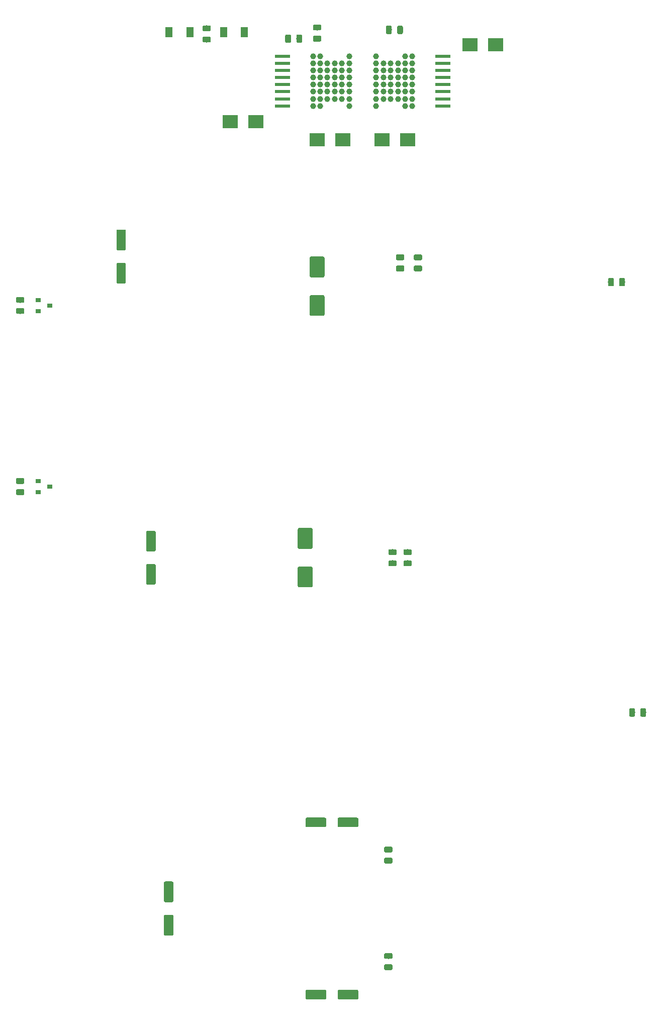
<source format=gbr>
G04 #@! TF.GenerationSoftware,KiCad,Pcbnew,(5.0.2)-1*
G04 #@! TF.CreationDate,2019-05-10T13:14:30+02:00*
G04 #@! TF.ProjectId,logika_main,6c6f6769-6b61-45f6-9d61-696e2e6b6963,rev?*
G04 #@! TF.SameCoordinates,Original*
G04 #@! TF.FileFunction,Paste,Bot*
G04 #@! TF.FilePolarity,Positive*
%FSLAX46Y46*%
G04 Gerber Fmt 4.6, Leading zero omitted, Abs format (unit mm)*
G04 Created by KiCad (PCBNEW (5.0.2)-1) date 10.05.2019 13:14:30*
%MOMM*%
%LPD*%
G01*
G04 APERTURE LIST*
%ADD10C,0.100000*%
%ADD11C,0.975000*%
%ADD12R,0.900000X0.800000*%
%ADD13C,1.600000*%
%ADD14C,2.500000*%
%ADD15R,1.300000X1.700000*%
%ADD16C,1.000000*%
%ADD17R,2.600000X0.600000*%
%ADD18R,2.500000X2.300000*%
G04 APERTURE END LIST*
D10*
G04 #@! TO.C,R2*
G36*
X79474142Y-25534674D02*
X79497803Y-25538184D01*
X79521007Y-25543996D01*
X79543529Y-25552054D01*
X79565153Y-25562282D01*
X79585670Y-25574579D01*
X79604883Y-25588829D01*
X79622607Y-25604893D01*
X79638671Y-25622617D01*
X79652921Y-25641830D01*
X79665218Y-25662347D01*
X79675446Y-25683971D01*
X79683504Y-25706493D01*
X79689316Y-25729697D01*
X79692826Y-25753358D01*
X79694000Y-25777250D01*
X79694000Y-26264750D01*
X79692826Y-26288642D01*
X79689316Y-26312303D01*
X79683504Y-26335507D01*
X79675446Y-26358029D01*
X79665218Y-26379653D01*
X79652921Y-26400170D01*
X79638671Y-26419383D01*
X79622607Y-26437107D01*
X79604883Y-26453171D01*
X79585670Y-26467421D01*
X79565153Y-26479718D01*
X79543529Y-26489946D01*
X79521007Y-26498004D01*
X79497803Y-26503816D01*
X79474142Y-26507326D01*
X79450250Y-26508500D01*
X78537750Y-26508500D01*
X78513858Y-26507326D01*
X78490197Y-26503816D01*
X78466993Y-26498004D01*
X78444471Y-26489946D01*
X78422847Y-26479718D01*
X78402330Y-26467421D01*
X78383117Y-26453171D01*
X78365393Y-26437107D01*
X78349329Y-26419383D01*
X78335079Y-26400170D01*
X78322782Y-26379653D01*
X78312554Y-26358029D01*
X78304496Y-26335507D01*
X78298684Y-26312303D01*
X78295174Y-26288642D01*
X78294000Y-26264750D01*
X78294000Y-25777250D01*
X78295174Y-25753358D01*
X78298684Y-25729697D01*
X78304496Y-25706493D01*
X78312554Y-25683971D01*
X78322782Y-25662347D01*
X78335079Y-25641830D01*
X78349329Y-25622617D01*
X78365393Y-25604893D01*
X78383117Y-25588829D01*
X78402330Y-25574579D01*
X78422847Y-25562282D01*
X78444471Y-25552054D01*
X78466993Y-25543996D01*
X78490197Y-25538184D01*
X78513858Y-25534674D01*
X78537750Y-25533500D01*
X79450250Y-25533500D01*
X79474142Y-25534674D01*
X79474142Y-25534674D01*
G37*
D11*
X78994000Y-26021000D03*
D10*
G36*
X79474142Y-27409674D02*
X79497803Y-27413184D01*
X79521007Y-27418996D01*
X79543529Y-27427054D01*
X79565153Y-27437282D01*
X79585670Y-27449579D01*
X79604883Y-27463829D01*
X79622607Y-27479893D01*
X79638671Y-27497617D01*
X79652921Y-27516830D01*
X79665218Y-27537347D01*
X79675446Y-27558971D01*
X79683504Y-27581493D01*
X79689316Y-27604697D01*
X79692826Y-27628358D01*
X79694000Y-27652250D01*
X79694000Y-28139750D01*
X79692826Y-28163642D01*
X79689316Y-28187303D01*
X79683504Y-28210507D01*
X79675446Y-28233029D01*
X79665218Y-28254653D01*
X79652921Y-28275170D01*
X79638671Y-28294383D01*
X79622607Y-28312107D01*
X79604883Y-28328171D01*
X79585670Y-28342421D01*
X79565153Y-28354718D01*
X79543529Y-28364946D01*
X79521007Y-28373004D01*
X79497803Y-28378816D01*
X79474142Y-28382326D01*
X79450250Y-28383500D01*
X78537750Y-28383500D01*
X78513858Y-28382326D01*
X78490197Y-28378816D01*
X78466993Y-28373004D01*
X78444471Y-28364946D01*
X78422847Y-28354718D01*
X78402330Y-28342421D01*
X78383117Y-28328171D01*
X78365393Y-28312107D01*
X78349329Y-28294383D01*
X78335079Y-28275170D01*
X78322782Y-28254653D01*
X78312554Y-28233029D01*
X78304496Y-28210507D01*
X78298684Y-28187303D01*
X78295174Y-28163642D01*
X78294000Y-28139750D01*
X78294000Y-27652250D01*
X78295174Y-27628358D01*
X78298684Y-27604697D01*
X78304496Y-27581493D01*
X78312554Y-27558971D01*
X78322782Y-27537347D01*
X78335079Y-27516830D01*
X78349329Y-27497617D01*
X78365393Y-27479893D01*
X78383117Y-27463829D01*
X78402330Y-27449579D01*
X78422847Y-27437282D01*
X78444471Y-27427054D01*
X78466993Y-27418996D01*
X78490197Y-27413184D01*
X78513858Y-27409674D01*
X78537750Y-27408500D01*
X79450250Y-27408500D01*
X79474142Y-27409674D01*
X79474142Y-27409674D01*
G37*
D11*
X78994000Y-27896000D03*
G04 #@! TD*
D10*
G04 #@! TO.C,R3*
G36*
X76261642Y-27197174D02*
X76285303Y-27200684D01*
X76308507Y-27206496D01*
X76331029Y-27214554D01*
X76352653Y-27224782D01*
X76373170Y-27237079D01*
X76392383Y-27251329D01*
X76410107Y-27267393D01*
X76426171Y-27285117D01*
X76440421Y-27304330D01*
X76452718Y-27324847D01*
X76462946Y-27346471D01*
X76471004Y-27368993D01*
X76476816Y-27392197D01*
X76480326Y-27415858D01*
X76481500Y-27439750D01*
X76481500Y-28352250D01*
X76480326Y-28376142D01*
X76476816Y-28399803D01*
X76471004Y-28423007D01*
X76462946Y-28445529D01*
X76452718Y-28467153D01*
X76440421Y-28487670D01*
X76426171Y-28506883D01*
X76410107Y-28524607D01*
X76392383Y-28540671D01*
X76373170Y-28554921D01*
X76352653Y-28567218D01*
X76331029Y-28577446D01*
X76308507Y-28585504D01*
X76285303Y-28591316D01*
X76261642Y-28594826D01*
X76237750Y-28596000D01*
X75750250Y-28596000D01*
X75726358Y-28594826D01*
X75702697Y-28591316D01*
X75679493Y-28585504D01*
X75656971Y-28577446D01*
X75635347Y-28567218D01*
X75614830Y-28554921D01*
X75595617Y-28540671D01*
X75577893Y-28524607D01*
X75561829Y-28506883D01*
X75547579Y-28487670D01*
X75535282Y-28467153D01*
X75525054Y-28445529D01*
X75516996Y-28423007D01*
X75511184Y-28399803D01*
X75507674Y-28376142D01*
X75506500Y-28352250D01*
X75506500Y-27439750D01*
X75507674Y-27415858D01*
X75511184Y-27392197D01*
X75516996Y-27368993D01*
X75525054Y-27346471D01*
X75535282Y-27324847D01*
X75547579Y-27304330D01*
X75561829Y-27285117D01*
X75577893Y-27267393D01*
X75595617Y-27251329D01*
X75614830Y-27237079D01*
X75635347Y-27224782D01*
X75656971Y-27214554D01*
X75679493Y-27206496D01*
X75702697Y-27200684D01*
X75726358Y-27197174D01*
X75750250Y-27196000D01*
X76237750Y-27196000D01*
X76261642Y-27197174D01*
X76261642Y-27197174D01*
G37*
D11*
X75994000Y-27896000D03*
D10*
G36*
X74386642Y-27197174D02*
X74410303Y-27200684D01*
X74433507Y-27206496D01*
X74456029Y-27214554D01*
X74477653Y-27224782D01*
X74498170Y-27237079D01*
X74517383Y-27251329D01*
X74535107Y-27267393D01*
X74551171Y-27285117D01*
X74565421Y-27304330D01*
X74577718Y-27324847D01*
X74587946Y-27346471D01*
X74596004Y-27368993D01*
X74601816Y-27392197D01*
X74605326Y-27415858D01*
X74606500Y-27439750D01*
X74606500Y-28352250D01*
X74605326Y-28376142D01*
X74601816Y-28399803D01*
X74596004Y-28423007D01*
X74587946Y-28445529D01*
X74577718Y-28467153D01*
X74565421Y-28487670D01*
X74551171Y-28506883D01*
X74535107Y-28524607D01*
X74517383Y-28540671D01*
X74498170Y-28554921D01*
X74477653Y-28567218D01*
X74456029Y-28577446D01*
X74433507Y-28585504D01*
X74410303Y-28591316D01*
X74386642Y-28594826D01*
X74362750Y-28596000D01*
X73875250Y-28596000D01*
X73851358Y-28594826D01*
X73827697Y-28591316D01*
X73804493Y-28585504D01*
X73781971Y-28577446D01*
X73760347Y-28567218D01*
X73739830Y-28554921D01*
X73720617Y-28540671D01*
X73702893Y-28524607D01*
X73686829Y-28506883D01*
X73672579Y-28487670D01*
X73660282Y-28467153D01*
X73650054Y-28445529D01*
X73641996Y-28423007D01*
X73636184Y-28399803D01*
X73632674Y-28376142D01*
X73631500Y-28352250D01*
X73631500Y-27439750D01*
X73632674Y-27415858D01*
X73636184Y-27392197D01*
X73641996Y-27368993D01*
X73650054Y-27346471D01*
X73660282Y-27324847D01*
X73672579Y-27304330D01*
X73686829Y-27285117D01*
X73702893Y-27267393D01*
X73720617Y-27251329D01*
X73739830Y-27237079D01*
X73760347Y-27224782D01*
X73781971Y-27214554D01*
X73804493Y-27206496D01*
X73827697Y-27200684D01*
X73851358Y-27197174D01*
X73875250Y-27196000D01*
X74362750Y-27196000D01*
X74386642Y-27197174D01*
X74386642Y-27197174D01*
G37*
D11*
X74119000Y-27896000D03*
G04 #@! TD*
D10*
G04 #@! TO.C,R13*
G36*
X29474142Y-71409674D02*
X29497803Y-71413184D01*
X29521007Y-71418996D01*
X29543529Y-71427054D01*
X29565153Y-71437282D01*
X29585670Y-71449579D01*
X29604883Y-71463829D01*
X29622607Y-71479893D01*
X29638671Y-71497617D01*
X29652921Y-71516830D01*
X29665218Y-71537347D01*
X29675446Y-71558971D01*
X29683504Y-71581493D01*
X29689316Y-71604697D01*
X29692826Y-71628358D01*
X29694000Y-71652250D01*
X29694000Y-72139750D01*
X29692826Y-72163642D01*
X29689316Y-72187303D01*
X29683504Y-72210507D01*
X29675446Y-72233029D01*
X29665218Y-72254653D01*
X29652921Y-72275170D01*
X29638671Y-72294383D01*
X29622607Y-72312107D01*
X29604883Y-72328171D01*
X29585670Y-72342421D01*
X29565153Y-72354718D01*
X29543529Y-72364946D01*
X29521007Y-72373004D01*
X29497803Y-72378816D01*
X29474142Y-72382326D01*
X29450250Y-72383500D01*
X28537750Y-72383500D01*
X28513858Y-72382326D01*
X28490197Y-72378816D01*
X28466993Y-72373004D01*
X28444471Y-72364946D01*
X28422847Y-72354718D01*
X28402330Y-72342421D01*
X28383117Y-72328171D01*
X28365393Y-72312107D01*
X28349329Y-72294383D01*
X28335079Y-72275170D01*
X28322782Y-72254653D01*
X28312554Y-72233029D01*
X28304496Y-72210507D01*
X28298684Y-72187303D01*
X28295174Y-72163642D01*
X28294000Y-72139750D01*
X28294000Y-71652250D01*
X28295174Y-71628358D01*
X28298684Y-71604697D01*
X28304496Y-71581493D01*
X28312554Y-71558971D01*
X28322782Y-71537347D01*
X28335079Y-71516830D01*
X28349329Y-71497617D01*
X28365393Y-71479893D01*
X28383117Y-71463829D01*
X28402330Y-71449579D01*
X28422847Y-71437282D01*
X28444471Y-71427054D01*
X28466993Y-71418996D01*
X28490197Y-71413184D01*
X28513858Y-71409674D01*
X28537750Y-71408500D01*
X29450250Y-71408500D01*
X29474142Y-71409674D01*
X29474142Y-71409674D01*
G37*
D11*
X28994000Y-71896000D03*
D10*
G36*
X29474142Y-73284674D02*
X29497803Y-73288184D01*
X29521007Y-73293996D01*
X29543529Y-73302054D01*
X29565153Y-73312282D01*
X29585670Y-73324579D01*
X29604883Y-73338829D01*
X29622607Y-73354893D01*
X29638671Y-73372617D01*
X29652921Y-73391830D01*
X29665218Y-73412347D01*
X29675446Y-73433971D01*
X29683504Y-73456493D01*
X29689316Y-73479697D01*
X29692826Y-73503358D01*
X29694000Y-73527250D01*
X29694000Y-74014750D01*
X29692826Y-74038642D01*
X29689316Y-74062303D01*
X29683504Y-74085507D01*
X29675446Y-74108029D01*
X29665218Y-74129653D01*
X29652921Y-74150170D01*
X29638671Y-74169383D01*
X29622607Y-74187107D01*
X29604883Y-74203171D01*
X29585670Y-74217421D01*
X29565153Y-74229718D01*
X29543529Y-74239946D01*
X29521007Y-74248004D01*
X29497803Y-74253816D01*
X29474142Y-74257326D01*
X29450250Y-74258500D01*
X28537750Y-74258500D01*
X28513858Y-74257326D01*
X28490197Y-74253816D01*
X28466993Y-74248004D01*
X28444471Y-74239946D01*
X28422847Y-74229718D01*
X28402330Y-74217421D01*
X28383117Y-74203171D01*
X28365393Y-74187107D01*
X28349329Y-74169383D01*
X28335079Y-74150170D01*
X28322782Y-74129653D01*
X28312554Y-74108029D01*
X28304496Y-74085507D01*
X28298684Y-74062303D01*
X28295174Y-74038642D01*
X28294000Y-74014750D01*
X28294000Y-73527250D01*
X28295174Y-73503358D01*
X28298684Y-73479697D01*
X28304496Y-73456493D01*
X28312554Y-73433971D01*
X28322782Y-73412347D01*
X28335079Y-73391830D01*
X28349329Y-73372617D01*
X28365393Y-73354893D01*
X28383117Y-73338829D01*
X28402330Y-73324579D01*
X28422847Y-73312282D01*
X28444471Y-73302054D01*
X28466993Y-73293996D01*
X28490197Y-73288184D01*
X28513858Y-73284674D01*
X28537750Y-73283500D01*
X29450250Y-73283500D01*
X29474142Y-73284674D01*
X29474142Y-73284674D01*
G37*
D11*
X28994000Y-73771000D03*
G04 #@! TD*
D12*
G04 #@! TO.C,Q4*
X33994000Y-72846000D03*
X31994000Y-71896000D03*
X31994000Y-73796000D03*
G04 #@! TD*
D10*
G04 #@! TO.C,R5*
G36*
X130636642Y-68197174D02*
X130660303Y-68200684D01*
X130683507Y-68206496D01*
X130706029Y-68214554D01*
X130727653Y-68224782D01*
X130748170Y-68237079D01*
X130767383Y-68251329D01*
X130785107Y-68267393D01*
X130801171Y-68285117D01*
X130815421Y-68304330D01*
X130827718Y-68324847D01*
X130837946Y-68346471D01*
X130846004Y-68368993D01*
X130851816Y-68392197D01*
X130855326Y-68415858D01*
X130856500Y-68439750D01*
X130856500Y-69352250D01*
X130855326Y-69376142D01*
X130851816Y-69399803D01*
X130846004Y-69423007D01*
X130837946Y-69445529D01*
X130827718Y-69467153D01*
X130815421Y-69487670D01*
X130801171Y-69506883D01*
X130785107Y-69524607D01*
X130767383Y-69540671D01*
X130748170Y-69554921D01*
X130727653Y-69567218D01*
X130706029Y-69577446D01*
X130683507Y-69585504D01*
X130660303Y-69591316D01*
X130636642Y-69594826D01*
X130612750Y-69596000D01*
X130125250Y-69596000D01*
X130101358Y-69594826D01*
X130077697Y-69591316D01*
X130054493Y-69585504D01*
X130031971Y-69577446D01*
X130010347Y-69567218D01*
X129989830Y-69554921D01*
X129970617Y-69540671D01*
X129952893Y-69524607D01*
X129936829Y-69506883D01*
X129922579Y-69487670D01*
X129910282Y-69467153D01*
X129900054Y-69445529D01*
X129891996Y-69423007D01*
X129886184Y-69399803D01*
X129882674Y-69376142D01*
X129881500Y-69352250D01*
X129881500Y-68439750D01*
X129882674Y-68415858D01*
X129886184Y-68392197D01*
X129891996Y-68368993D01*
X129900054Y-68346471D01*
X129910282Y-68324847D01*
X129922579Y-68304330D01*
X129936829Y-68285117D01*
X129952893Y-68267393D01*
X129970617Y-68251329D01*
X129989830Y-68237079D01*
X130010347Y-68224782D01*
X130031971Y-68214554D01*
X130054493Y-68206496D01*
X130077697Y-68200684D01*
X130101358Y-68197174D01*
X130125250Y-68196000D01*
X130612750Y-68196000D01*
X130636642Y-68197174D01*
X130636642Y-68197174D01*
G37*
D11*
X130369000Y-68896000D03*
D10*
G36*
X128761642Y-68197174D02*
X128785303Y-68200684D01*
X128808507Y-68206496D01*
X128831029Y-68214554D01*
X128852653Y-68224782D01*
X128873170Y-68237079D01*
X128892383Y-68251329D01*
X128910107Y-68267393D01*
X128926171Y-68285117D01*
X128940421Y-68304330D01*
X128952718Y-68324847D01*
X128962946Y-68346471D01*
X128971004Y-68368993D01*
X128976816Y-68392197D01*
X128980326Y-68415858D01*
X128981500Y-68439750D01*
X128981500Y-69352250D01*
X128980326Y-69376142D01*
X128976816Y-69399803D01*
X128971004Y-69423007D01*
X128962946Y-69445529D01*
X128952718Y-69467153D01*
X128940421Y-69487670D01*
X128926171Y-69506883D01*
X128910107Y-69524607D01*
X128892383Y-69540671D01*
X128873170Y-69554921D01*
X128852653Y-69567218D01*
X128831029Y-69577446D01*
X128808507Y-69585504D01*
X128785303Y-69591316D01*
X128761642Y-69594826D01*
X128737750Y-69596000D01*
X128250250Y-69596000D01*
X128226358Y-69594826D01*
X128202697Y-69591316D01*
X128179493Y-69585504D01*
X128156971Y-69577446D01*
X128135347Y-69567218D01*
X128114830Y-69554921D01*
X128095617Y-69540671D01*
X128077893Y-69524607D01*
X128061829Y-69506883D01*
X128047579Y-69487670D01*
X128035282Y-69467153D01*
X128025054Y-69445529D01*
X128016996Y-69423007D01*
X128011184Y-69399803D01*
X128007674Y-69376142D01*
X128006500Y-69352250D01*
X128006500Y-68439750D01*
X128007674Y-68415858D01*
X128011184Y-68392197D01*
X128016996Y-68368993D01*
X128025054Y-68346471D01*
X128035282Y-68324847D01*
X128047579Y-68304330D01*
X128061829Y-68285117D01*
X128077893Y-68267393D01*
X128095617Y-68251329D01*
X128114830Y-68237079D01*
X128135347Y-68224782D01*
X128156971Y-68214554D01*
X128179493Y-68206496D01*
X128202697Y-68200684D01*
X128226358Y-68197174D01*
X128250250Y-68196000D01*
X128737750Y-68196000D01*
X128761642Y-68197174D01*
X128761642Y-68197174D01*
G37*
D11*
X128494000Y-68896000D03*
G04 #@! TD*
D10*
G04 #@! TO.C,C1*
G36*
X51568504Y-110767204D02*
X51592773Y-110770804D01*
X51616571Y-110776765D01*
X51639671Y-110785030D01*
X51661849Y-110795520D01*
X51682893Y-110808133D01*
X51702598Y-110822747D01*
X51720777Y-110839223D01*
X51737253Y-110857402D01*
X51751867Y-110877107D01*
X51764480Y-110898151D01*
X51774970Y-110920329D01*
X51783235Y-110943429D01*
X51789196Y-110967227D01*
X51792796Y-110991496D01*
X51794000Y-111016000D01*
X51794000Y-114016000D01*
X51792796Y-114040504D01*
X51789196Y-114064773D01*
X51783235Y-114088571D01*
X51774970Y-114111671D01*
X51764480Y-114133849D01*
X51751867Y-114154893D01*
X51737253Y-114174598D01*
X51720777Y-114192777D01*
X51702598Y-114209253D01*
X51682893Y-114223867D01*
X51661849Y-114236480D01*
X51639671Y-114246970D01*
X51616571Y-114255235D01*
X51592773Y-114261196D01*
X51568504Y-114264796D01*
X51544000Y-114266000D01*
X50444000Y-114266000D01*
X50419496Y-114264796D01*
X50395227Y-114261196D01*
X50371429Y-114255235D01*
X50348329Y-114246970D01*
X50326151Y-114236480D01*
X50305107Y-114223867D01*
X50285402Y-114209253D01*
X50267223Y-114192777D01*
X50250747Y-114174598D01*
X50236133Y-114154893D01*
X50223520Y-114133849D01*
X50213030Y-114111671D01*
X50204765Y-114088571D01*
X50198804Y-114064773D01*
X50195204Y-114040504D01*
X50194000Y-114016000D01*
X50194000Y-111016000D01*
X50195204Y-110991496D01*
X50198804Y-110967227D01*
X50204765Y-110943429D01*
X50213030Y-110920329D01*
X50223520Y-110898151D01*
X50236133Y-110877107D01*
X50250747Y-110857402D01*
X50267223Y-110839223D01*
X50285402Y-110822747D01*
X50305107Y-110808133D01*
X50326151Y-110795520D01*
X50348329Y-110785030D01*
X50371429Y-110776765D01*
X50395227Y-110770804D01*
X50419496Y-110767204D01*
X50444000Y-110766000D01*
X51544000Y-110766000D01*
X51568504Y-110767204D01*
X51568504Y-110767204D01*
G37*
D13*
X50994000Y-112516000D03*
D10*
G36*
X51568504Y-116367204D02*
X51592773Y-116370804D01*
X51616571Y-116376765D01*
X51639671Y-116385030D01*
X51661849Y-116395520D01*
X51682893Y-116408133D01*
X51702598Y-116422747D01*
X51720777Y-116439223D01*
X51737253Y-116457402D01*
X51751867Y-116477107D01*
X51764480Y-116498151D01*
X51774970Y-116520329D01*
X51783235Y-116543429D01*
X51789196Y-116567227D01*
X51792796Y-116591496D01*
X51794000Y-116616000D01*
X51794000Y-119616000D01*
X51792796Y-119640504D01*
X51789196Y-119664773D01*
X51783235Y-119688571D01*
X51774970Y-119711671D01*
X51764480Y-119733849D01*
X51751867Y-119754893D01*
X51737253Y-119774598D01*
X51720777Y-119792777D01*
X51702598Y-119809253D01*
X51682893Y-119823867D01*
X51661849Y-119836480D01*
X51639671Y-119846970D01*
X51616571Y-119855235D01*
X51592773Y-119861196D01*
X51568504Y-119864796D01*
X51544000Y-119866000D01*
X50444000Y-119866000D01*
X50419496Y-119864796D01*
X50395227Y-119861196D01*
X50371429Y-119855235D01*
X50348329Y-119846970D01*
X50326151Y-119836480D01*
X50305107Y-119823867D01*
X50285402Y-119809253D01*
X50267223Y-119792777D01*
X50250747Y-119774598D01*
X50236133Y-119754893D01*
X50223520Y-119733849D01*
X50213030Y-119711671D01*
X50204765Y-119688571D01*
X50198804Y-119664773D01*
X50195204Y-119640504D01*
X50194000Y-119616000D01*
X50194000Y-116616000D01*
X50195204Y-116591496D01*
X50198804Y-116567227D01*
X50204765Y-116543429D01*
X50213030Y-116520329D01*
X50223520Y-116498151D01*
X50236133Y-116477107D01*
X50250747Y-116457402D01*
X50267223Y-116439223D01*
X50285402Y-116422747D01*
X50305107Y-116408133D01*
X50326151Y-116395520D01*
X50348329Y-116385030D01*
X50371429Y-116376765D01*
X50395227Y-116370804D01*
X50419496Y-116367204D01*
X50444000Y-116366000D01*
X51544000Y-116366000D01*
X51568504Y-116367204D01*
X51568504Y-116367204D01*
G37*
D13*
X50994000Y-118116000D03*
G04 #@! TD*
D10*
G04 #@! TO.C,C2*
G36*
X92174142Y-113892174D02*
X92197803Y-113895684D01*
X92221007Y-113901496D01*
X92243529Y-113909554D01*
X92265153Y-113919782D01*
X92285670Y-113932079D01*
X92304883Y-113946329D01*
X92322607Y-113962393D01*
X92338671Y-113980117D01*
X92352921Y-113999330D01*
X92365218Y-114019847D01*
X92375446Y-114041471D01*
X92383504Y-114063993D01*
X92389316Y-114087197D01*
X92392826Y-114110858D01*
X92394000Y-114134750D01*
X92394000Y-114622250D01*
X92392826Y-114646142D01*
X92389316Y-114669803D01*
X92383504Y-114693007D01*
X92375446Y-114715529D01*
X92365218Y-114737153D01*
X92352921Y-114757670D01*
X92338671Y-114776883D01*
X92322607Y-114794607D01*
X92304883Y-114810671D01*
X92285670Y-114824921D01*
X92265153Y-114837218D01*
X92243529Y-114847446D01*
X92221007Y-114855504D01*
X92197803Y-114861316D01*
X92174142Y-114864826D01*
X92150250Y-114866000D01*
X91237750Y-114866000D01*
X91213858Y-114864826D01*
X91190197Y-114861316D01*
X91166993Y-114855504D01*
X91144471Y-114847446D01*
X91122847Y-114837218D01*
X91102330Y-114824921D01*
X91083117Y-114810671D01*
X91065393Y-114794607D01*
X91049329Y-114776883D01*
X91035079Y-114757670D01*
X91022782Y-114737153D01*
X91012554Y-114715529D01*
X91004496Y-114693007D01*
X90998684Y-114669803D01*
X90995174Y-114646142D01*
X90994000Y-114622250D01*
X90994000Y-114134750D01*
X90995174Y-114110858D01*
X90998684Y-114087197D01*
X91004496Y-114063993D01*
X91012554Y-114041471D01*
X91022782Y-114019847D01*
X91035079Y-113999330D01*
X91049329Y-113980117D01*
X91065393Y-113962393D01*
X91083117Y-113946329D01*
X91102330Y-113932079D01*
X91122847Y-113919782D01*
X91144471Y-113909554D01*
X91166993Y-113901496D01*
X91190197Y-113895684D01*
X91213858Y-113892174D01*
X91237750Y-113891000D01*
X92150250Y-113891000D01*
X92174142Y-113892174D01*
X92174142Y-113892174D01*
G37*
D11*
X91694000Y-114378500D03*
D10*
G36*
X92174142Y-115767174D02*
X92197803Y-115770684D01*
X92221007Y-115776496D01*
X92243529Y-115784554D01*
X92265153Y-115794782D01*
X92285670Y-115807079D01*
X92304883Y-115821329D01*
X92322607Y-115837393D01*
X92338671Y-115855117D01*
X92352921Y-115874330D01*
X92365218Y-115894847D01*
X92375446Y-115916471D01*
X92383504Y-115938993D01*
X92389316Y-115962197D01*
X92392826Y-115985858D01*
X92394000Y-116009750D01*
X92394000Y-116497250D01*
X92392826Y-116521142D01*
X92389316Y-116544803D01*
X92383504Y-116568007D01*
X92375446Y-116590529D01*
X92365218Y-116612153D01*
X92352921Y-116632670D01*
X92338671Y-116651883D01*
X92322607Y-116669607D01*
X92304883Y-116685671D01*
X92285670Y-116699921D01*
X92265153Y-116712218D01*
X92243529Y-116722446D01*
X92221007Y-116730504D01*
X92197803Y-116736316D01*
X92174142Y-116739826D01*
X92150250Y-116741000D01*
X91237750Y-116741000D01*
X91213858Y-116739826D01*
X91190197Y-116736316D01*
X91166993Y-116730504D01*
X91144471Y-116722446D01*
X91122847Y-116712218D01*
X91102330Y-116699921D01*
X91083117Y-116685671D01*
X91065393Y-116669607D01*
X91049329Y-116651883D01*
X91035079Y-116632670D01*
X91022782Y-116612153D01*
X91012554Y-116590529D01*
X91004496Y-116568007D01*
X90998684Y-116544803D01*
X90995174Y-116521142D01*
X90994000Y-116497250D01*
X90994000Y-116009750D01*
X90995174Y-115985858D01*
X90998684Y-115962197D01*
X91004496Y-115938993D01*
X91012554Y-115916471D01*
X91022782Y-115894847D01*
X91035079Y-115874330D01*
X91049329Y-115855117D01*
X91065393Y-115837393D01*
X91083117Y-115821329D01*
X91102330Y-115807079D01*
X91122847Y-115794782D01*
X91144471Y-115784554D01*
X91166993Y-115776496D01*
X91190197Y-115770684D01*
X91213858Y-115767174D01*
X91237750Y-115766000D01*
X92150250Y-115766000D01*
X92174142Y-115767174D01*
X92174142Y-115767174D01*
G37*
D11*
X91694000Y-116253500D03*
G04 #@! TD*
D10*
G04 #@! TO.C,C4*
G36*
X78018504Y-116817204D02*
X78042773Y-116820804D01*
X78066571Y-116826765D01*
X78089671Y-116835030D01*
X78111849Y-116845520D01*
X78132893Y-116858133D01*
X78152598Y-116872747D01*
X78170777Y-116889223D01*
X78187253Y-116907402D01*
X78201867Y-116927107D01*
X78214480Y-116948151D01*
X78224970Y-116970329D01*
X78233235Y-116993429D01*
X78239196Y-117017227D01*
X78242796Y-117041496D01*
X78244000Y-117066000D01*
X78244000Y-120066000D01*
X78242796Y-120090504D01*
X78239196Y-120114773D01*
X78233235Y-120138571D01*
X78224970Y-120161671D01*
X78214480Y-120183849D01*
X78201867Y-120204893D01*
X78187253Y-120224598D01*
X78170777Y-120242777D01*
X78152598Y-120259253D01*
X78132893Y-120273867D01*
X78111849Y-120286480D01*
X78089671Y-120296970D01*
X78066571Y-120305235D01*
X78042773Y-120311196D01*
X78018504Y-120314796D01*
X77994000Y-120316000D01*
X75994000Y-120316000D01*
X75969496Y-120314796D01*
X75945227Y-120311196D01*
X75921429Y-120305235D01*
X75898329Y-120296970D01*
X75876151Y-120286480D01*
X75855107Y-120273867D01*
X75835402Y-120259253D01*
X75817223Y-120242777D01*
X75800747Y-120224598D01*
X75786133Y-120204893D01*
X75773520Y-120183849D01*
X75763030Y-120161671D01*
X75754765Y-120138571D01*
X75748804Y-120114773D01*
X75745204Y-120090504D01*
X75744000Y-120066000D01*
X75744000Y-117066000D01*
X75745204Y-117041496D01*
X75748804Y-117017227D01*
X75754765Y-116993429D01*
X75763030Y-116970329D01*
X75773520Y-116948151D01*
X75786133Y-116927107D01*
X75800747Y-116907402D01*
X75817223Y-116889223D01*
X75835402Y-116872747D01*
X75855107Y-116858133D01*
X75876151Y-116845520D01*
X75898329Y-116835030D01*
X75921429Y-116826765D01*
X75945227Y-116820804D01*
X75969496Y-116817204D01*
X75994000Y-116816000D01*
X77994000Y-116816000D01*
X78018504Y-116817204D01*
X78018504Y-116817204D01*
G37*
D14*
X76994000Y-118566000D03*
D10*
G36*
X78018504Y-110317204D02*
X78042773Y-110320804D01*
X78066571Y-110326765D01*
X78089671Y-110335030D01*
X78111849Y-110345520D01*
X78132893Y-110358133D01*
X78152598Y-110372747D01*
X78170777Y-110389223D01*
X78187253Y-110407402D01*
X78201867Y-110427107D01*
X78214480Y-110448151D01*
X78224970Y-110470329D01*
X78233235Y-110493429D01*
X78239196Y-110517227D01*
X78242796Y-110541496D01*
X78244000Y-110566000D01*
X78244000Y-113566000D01*
X78242796Y-113590504D01*
X78239196Y-113614773D01*
X78233235Y-113638571D01*
X78224970Y-113661671D01*
X78214480Y-113683849D01*
X78201867Y-113704893D01*
X78187253Y-113724598D01*
X78170777Y-113742777D01*
X78152598Y-113759253D01*
X78132893Y-113773867D01*
X78111849Y-113786480D01*
X78089671Y-113796970D01*
X78066571Y-113805235D01*
X78042773Y-113811196D01*
X78018504Y-113814796D01*
X77994000Y-113816000D01*
X75994000Y-113816000D01*
X75969496Y-113814796D01*
X75945227Y-113811196D01*
X75921429Y-113805235D01*
X75898329Y-113796970D01*
X75876151Y-113786480D01*
X75855107Y-113773867D01*
X75835402Y-113759253D01*
X75817223Y-113742777D01*
X75800747Y-113724598D01*
X75786133Y-113704893D01*
X75773520Y-113683849D01*
X75763030Y-113661671D01*
X75754765Y-113638571D01*
X75748804Y-113614773D01*
X75745204Y-113590504D01*
X75744000Y-113566000D01*
X75744000Y-110566000D01*
X75745204Y-110541496D01*
X75748804Y-110517227D01*
X75754765Y-110493429D01*
X75763030Y-110470329D01*
X75773520Y-110448151D01*
X75786133Y-110427107D01*
X75800747Y-110407402D01*
X75817223Y-110389223D01*
X75835402Y-110372747D01*
X75855107Y-110358133D01*
X75876151Y-110345520D01*
X75898329Y-110335030D01*
X75921429Y-110326765D01*
X75945227Y-110320804D01*
X75969496Y-110317204D01*
X75994000Y-110316000D01*
X77994000Y-110316000D01*
X78018504Y-110317204D01*
X78018504Y-110317204D01*
G37*
D14*
X76994000Y-112066000D03*
G04 #@! TD*
D10*
G04 #@! TO.C,C3*
G36*
X94714142Y-113892174D02*
X94737803Y-113895684D01*
X94761007Y-113901496D01*
X94783529Y-113909554D01*
X94805153Y-113919782D01*
X94825670Y-113932079D01*
X94844883Y-113946329D01*
X94862607Y-113962393D01*
X94878671Y-113980117D01*
X94892921Y-113999330D01*
X94905218Y-114019847D01*
X94915446Y-114041471D01*
X94923504Y-114063993D01*
X94929316Y-114087197D01*
X94932826Y-114110858D01*
X94934000Y-114134750D01*
X94934000Y-114622250D01*
X94932826Y-114646142D01*
X94929316Y-114669803D01*
X94923504Y-114693007D01*
X94915446Y-114715529D01*
X94905218Y-114737153D01*
X94892921Y-114757670D01*
X94878671Y-114776883D01*
X94862607Y-114794607D01*
X94844883Y-114810671D01*
X94825670Y-114824921D01*
X94805153Y-114837218D01*
X94783529Y-114847446D01*
X94761007Y-114855504D01*
X94737803Y-114861316D01*
X94714142Y-114864826D01*
X94690250Y-114866000D01*
X93777750Y-114866000D01*
X93753858Y-114864826D01*
X93730197Y-114861316D01*
X93706993Y-114855504D01*
X93684471Y-114847446D01*
X93662847Y-114837218D01*
X93642330Y-114824921D01*
X93623117Y-114810671D01*
X93605393Y-114794607D01*
X93589329Y-114776883D01*
X93575079Y-114757670D01*
X93562782Y-114737153D01*
X93552554Y-114715529D01*
X93544496Y-114693007D01*
X93538684Y-114669803D01*
X93535174Y-114646142D01*
X93534000Y-114622250D01*
X93534000Y-114134750D01*
X93535174Y-114110858D01*
X93538684Y-114087197D01*
X93544496Y-114063993D01*
X93552554Y-114041471D01*
X93562782Y-114019847D01*
X93575079Y-113999330D01*
X93589329Y-113980117D01*
X93605393Y-113962393D01*
X93623117Y-113946329D01*
X93642330Y-113932079D01*
X93662847Y-113919782D01*
X93684471Y-113909554D01*
X93706993Y-113901496D01*
X93730197Y-113895684D01*
X93753858Y-113892174D01*
X93777750Y-113891000D01*
X94690250Y-113891000D01*
X94714142Y-113892174D01*
X94714142Y-113892174D01*
G37*
D11*
X94234000Y-114378500D03*
D10*
G36*
X94714142Y-115767174D02*
X94737803Y-115770684D01*
X94761007Y-115776496D01*
X94783529Y-115784554D01*
X94805153Y-115794782D01*
X94825670Y-115807079D01*
X94844883Y-115821329D01*
X94862607Y-115837393D01*
X94878671Y-115855117D01*
X94892921Y-115874330D01*
X94905218Y-115894847D01*
X94915446Y-115916471D01*
X94923504Y-115938993D01*
X94929316Y-115962197D01*
X94932826Y-115985858D01*
X94934000Y-116009750D01*
X94934000Y-116497250D01*
X94932826Y-116521142D01*
X94929316Y-116544803D01*
X94923504Y-116568007D01*
X94915446Y-116590529D01*
X94905218Y-116612153D01*
X94892921Y-116632670D01*
X94878671Y-116651883D01*
X94862607Y-116669607D01*
X94844883Y-116685671D01*
X94825670Y-116699921D01*
X94805153Y-116712218D01*
X94783529Y-116722446D01*
X94761007Y-116730504D01*
X94737803Y-116736316D01*
X94714142Y-116739826D01*
X94690250Y-116741000D01*
X93777750Y-116741000D01*
X93753858Y-116739826D01*
X93730197Y-116736316D01*
X93706993Y-116730504D01*
X93684471Y-116722446D01*
X93662847Y-116712218D01*
X93642330Y-116699921D01*
X93623117Y-116685671D01*
X93605393Y-116669607D01*
X93589329Y-116651883D01*
X93575079Y-116632670D01*
X93562782Y-116612153D01*
X93552554Y-116590529D01*
X93544496Y-116568007D01*
X93538684Y-116544803D01*
X93535174Y-116521142D01*
X93534000Y-116497250D01*
X93534000Y-116009750D01*
X93535174Y-115985858D01*
X93538684Y-115962197D01*
X93544496Y-115938993D01*
X93552554Y-115916471D01*
X93562782Y-115894847D01*
X93575079Y-115874330D01*
X93589329Y-115855117D01*
X93605393Y-115837393D01*
X93623117Y-115821329D01*
X93642330Y-115807079D01*
X93662847Y-115794782D01*
X93684471Y-115784554D01*
X93706993Y-115776496D01*
X93730197Y-115770684D01*
X93753858Y-115767174D01*
X93777750Y-115766000D01*
X94690250Y-115766000D01*
X94714142Y-115767174D01*
X94714142Y-115767174D01*
G37*
D11*
X94234000Y-116253500D03*
G04 #@! TD*
D10*
G04 #@! TO.C,C5*
G36*
X46568504Y-65647204D02*
X46592773Y-65650804D01*
X46616571Y-65656765D01*
X46639671Y-65665030D01*
X46661849Y-65675520D01*
X46682893Y-65688133D01*
X46702598Y-65702747D01*
X46720777Y-65719223D01*
X46737253Y-65737402D01*
X46751867Y-65757107D01*
X46764480Y-65778151D01*
X46774970Y-65800329D01*
X46783235Y-65823429D01*
X46789196Y-65847227D01*
X46792796Y-65871496D01*
X46794000Y-65896000D01*
X46794000Y-68896000D01*
X46792796Y-68920504D01*
X46789196Y-68944773D01*
X46783235Y-68968571D01*
X46774970Y-68991671D01*
X46764480Y-69013849D01*
X46751867Y-69034893D01*
X46737253Y-69054598D01*
X46720777Y-69072777D01*
X46702598Y-69089253D01*
X46682893Y-69103867D01*
X46661849Y-69116480D01*
X46639671Y-69126970D01*
X46616571Y-69135235D01*
X46592773Y-69141196D01*
X46568504Y-69144796D01*
X46544000Y-69146000D01*
X45444000Y-69146000D01*
X45419496Y-69144796D01*
X45395227Y-69141196D01*
X45371429Y-69135235D01*
X45348329Y-69126970D01*
X45326151Y-69116480D01*
X45305107Y-69103867D01*
X45285402Y-69089253D01*
X45267223Y-69072777D01*
X45250747Y-69054598D01*
X45236133Y-69034893D01*
X45223520Y-69013849D01*
X45213030Y-68991671D01*
X45204765Y-68968571D01*
X45198804Y-68944773D01*
X45195204Y-68920504D01*
X45194000Y-68896000D01*
X45194000Y-65896000D01*
X45195204Y-65871496D01*
X45198804Y-65847227D01*
X45204765Y-65823429D01*
X45213030Y-65800329D01*
X45223520Y-65778151D01*
X45236133Y-65757107D01*
X45250747Y-65737402D01*
X45267223Y-65719223D01*
X45285402Y-65702747D01*
X45305107Y-65688133D01*
X45326151Y-65675520D01*
X45348329Y-65665030D01*
X45371429Y-65656765D01*
X45395227Y-65650804D01*
X45419496Y-65647204D01*
X45444000Y-65646000D01*
X46544000Y-65646000D01*
X46568504Y-65647204D01*
X46568504Y-65647204D01*
G37*
D13*
X45994000Y-67396000D03*
D10*
G36*
X46568504Y-60047204D02*
X46592773Y-60050804D01*
X46616571Y-60056765D01*
X46639671Y-60065030D01*
X46661849Y-60075520D01*
X46682893Y-60088133D01*
X46702598Y-60102747D01*
X46720777Y-60119223D01*
X46737253Y-60137402D01*
X46751867Y-60157107D01*
X46764480Y-60178151D01*
X46774970Y-60200329D01*
X46783235Y-60223429D01*
X46789196Y-60247227D01*
X46792796Y-60271496D01*
X46794000Y-60296000D01*
X46794000Y-63296000D01*
X46792796Y-63320504D01*
X46789196Y-63344773D01*
X46783235Y-63368571D01*
X46774970Y-63391671D01*
X46764480Y-63413849D01*
X46751867Y-63434893D01*
X46737253Y-63454598D01*
X46720777Y-63472777D01*
X46702598Y-63489253D01*
X46682893Y-63503867D01*
X46661849Y-63516480D01*
X46639671Y-63526970D01*
X46616571Y-63535235D01*
X46592773Y-63541196D01*
X46568504Y-63544796D01*
X46544000Y-63546000D01*
X45444000Y-63546000D01*
X45419496Y-63544796D01*
X45395227Y-63541196D01*
X45371429Y-63535235D01*
X45348329Y-63526970D01*
X45326151Y-63516480D01*
X45305107Y-63503867D01*
X45285402Y-63489253D01*
X45267223Y-63472777D01*
X45250747Y-63454598D01*
X45236133Y-63434893D01*
X45223520Y-63413849D01*
X45213030Y-63391671D01*
X45204765Y-63368571D01*
X45198804Y-63344773D01*
X45195204Y-63320504D01*
X45194000Y-63296000D01*
X45194000Y-60296000D01*
X45195204Y-60271496D01*
X45198804Y-60247227D01*
X45204765Y-60223429D01*
X45213030Y-60200329D01*
X45223520Y-60178151D01*
X45236133Y-60157107D01*
X45250747Y-60137402D01*
X45267223Y-60119223D01*
X45285402Y-60102747D01*
X45305107Y-60088133D01*
X45326151Y-60075520D01*
X45348329Y-60065030D01*
X45371429Y-60056765D01*
X45395227Y-60050804D01*
X45419496Y-60047204D01*
X45444000Y-60046000D01*
X46544000Y-60046000D01*
X46568504Y-60047204D01*
X46568504Y-60047204D01*
G37*
D13*
X45994000Y-61796000D03*
G04 #@! TD*
D10*
G04 #@! TO.C,C6*
G36*
X96474142Y-66109674D02*
X96497803Y-66113184D01*
X96521007Y-66118996D01*
X96543529Y-66127054D01*
X96565153Y-66137282D01*
X96585670Y-66149579D01*
X96604883Y-66163829D01*
X96622607Y-66179893D01*
X96638671Y-66197617D01*
X96652921Y-66216830D01*
X96665218Y-66237347D01*
X96675446Y-66258971D01*
X96683504Y-66281493D01*
X96689316Y-66304697D01*
X96692826Y-66328358D01*
X96694000Y-66352250D01*
X96694000Y-66839750D01*
X96692826Y-66863642D01*
X96689316Y-66887303D01*
X96683504Y-66910507D01*
X96675446Y-66933029D01*
X96665218Y-66954653D01*
X96652921Y-66975170D01*
X96638671Y-66994383D01*
X96622607Y-67012107D01*
X96604883Y-67028171D01*
X96585670Y-67042421D01*
X96565153Y-67054718D01*
X96543529Y-67064946D01*
X96521007Y-67073004D01*
X96497803Y-67078816D01*
X96474142Y-67082326D01*
X96450250Y-67083500D01*
X95537750Y-67083500D01*
X95513858Y-67082326D01*
X95490197Y-67078816D01*
X95466993Y-67073004D01*
X95444471Y-67064946D01*
X95422847Y-67054718D01*
X95402330Y-67042421D01*
X95383117Y-67028171D01*
X95365393Y-67012107D01*
X95349329Y-66994383D01*
X95335079Y-66975170D01*
X95322782Y-66954653D01*
X95312554Y-66933029D01*
X95304496Y-66910507D01*
X95298684Y-66887303D01*
X95295174Y-66863642D01*
X95294000Y-66839750D01*
X95294000Y-66352250D01*
X95295174Y-66328358D01*
X95298684Y-66304697D01*
X95304496Y-66281493D01*
X95312554Y-66258971D01*
X95322782Y-66237347D01*
X95335079Y-66216830D01*
X95349329Y-66197617D01*
X95365393Y-66179893D01*
X95383117Y-66163829D01*
X95402330Y-66149579D01*
X95422847Y-66137282D01*
X95444471Y-66127054D01*
X95466993Y-66118996D01*
X95490197Y-66113184D01*
X95513858Y-66109674D01*
X95537750Y-66108500D01*
X96450250Y-66108500D01*
X96474142Y-66109674D01*
X96474142Y-66109674D01*
G37*
D11*
X95994000Y-66596000D03*
D10*
G36*
X96474142Y-64234674D02*
X96497803Y-64238184D01*
X96521007Y-64243996D01*
X96543529Y-64252054D01*
X96565153Y-64262282D01*
X96585670Y-64274579D01*
X96604883Y-64288829D01*
X96622607Y-64304893D01*
X96638671Y-64322617D01*
X96652921Y-64341830D01*
X96665218Y-64362347D01*
X96675446Y-64383971D01*
X96683504Y-64406493D01*
X96689316Y-64429697D01*
X96692826Y-64453358D01*
X96694000Y-64477250D01*
X96694000Y-64964750D01*
X96692826Y-64988642D01*
X96689316Y-65012303D01*
X96683504Y-65035507D01*
X96675446Y-65058029D01*
X96665218Y-65079653D01*
X96652921Y-65100170D01*
X96638671Y-65119383D01*
X96622607Y-65137107D01*
X96604883Y-65153171D01*
X96585670Y-65167421D01*
X96565153Y-65179718D01*
X96543529Y-65189946D01*
X96521007Y-65198004D01*
X96497803Y-65203816D01*
X96474142Y-65207326D01*
X96450250Y-65208500D01*
X95537750Y-65208500D01*
X95513858Y-65207326D01*
X95490197Y-65203816D01*
X95466993Y-65198004D01*
X95444471Y-65189946D01*
X95422847Y-65179718D01*
X95402330Y-65167421D01*
X95383117Y-65153171D01*
X95365393Y-65137107D01*
X95349329Y-65119383D01*
X95335079Y-65100170D01*
X95322782Y-65079653D01*
X95312554Y-65058029D01*
X95304496Y-65035507D01*
X95298684Y-65012303D01*
X95295174Y-64988642D01*
X95294000Y-64964750D01*
X95294000Y-64477250D01*
X95295174Y-64453358D01*
X95298684Y-64429697D01*
X95304496Y-64406493D01*
X95312554Y-64383971D01*
X95322782Y-64362347D01*
X95335079Y-64341830D01*
X95349329Y-64322617D01*
X95365393Y-64304893D01*
X95383117Y-64288829D01*
X95402330Y-64274579D01*
X95422847Y-64262282D01*
X95444471Y-64252054D01*
X95466993Y-64243996D01*
X95490197Y-64238184D01*
X95513858Y-64234674D01*
X95537750Y-64233500D01*
X96450250Y-64233500D01*
X96474142Y-64234674D01*
X96474142Y-64234674D01*
G37*
D11*
X95994000Y-64721000D03*
G04 #@! TD*
D10*
G04 #@! TO.C,C7*
G36*
X93474142Y-64234674D02*
X93497803Y-64238184D01*
X93521007Y-64243996D01*
X93543529Y-64252054D01*
X93565153Y-64262282D01*
X93585670Y-64274579D01*
X93604883Y-64288829D01*
X93622607Y-64304893D01*
X93638671Y-64322617D01*
X93652921Y-64341830D01*
X93665218Y-64362347D01*
X93675446Y-64383971D01*
X93683504Y-64406493D01*
X93689316Y-64429697D01*
X93692826Y-64453358D01*
X93694000Y-64477250D01*
X93694000Y-64964750D01*
X93692826Y-64988642D01*
X93689316Y-65012303D01*
X93683504Y-65035507D01*
X93675446Y-65058029D01*
X93665218Y-65079653D01*
X93652921Y-65100170D01*
X93638671Y-65119383D01*
X93622607Y-65137107D01*
X93604883Y-65153171D01*
X93585670Y-65167421D01*
X93565153Y-65179718D01*
X93543529Y-65189946D01*
X93521007Y-65198004D01*
X93497803Y-65203816D01*
X93474142Y-65207326D01*
X93450250Y-65208500D01*
X92537750Y-65208500D01*
X92513858Y-65207326D01*
X92490197Y-65203816D01*
X92466993Y-65198004D01*
X92444471Y-65189946D01*
X92422847Y-65179718D01*
X92402330Y-65167421D01*
X92383117Y-65153171D01*
X92365393Y-65137107D01*
X92349329Y-65119383D01*
X92335079Y-65100170D01*
X92322782Y-65079653D01*
X92312554Y-65058029D01*
X92304496Y-65035507D01*
X92298684Y-65012303D01*
X92295174Y-64988642D01*
X92294000Y-64964750D01*
X92294000Y-64477250D01*
X92295174Y-64453358D01*
X92298684Y-64429697D01*
X92304496Y-64406493D01*
X92312554Y-64383971D01*
X92322782Y-64362347D01*
X92335079Y-64341830D01*
X92349329Y-64322617D01*
X92365393Y-64304893D01*
X92383117Y-64288829D01*
X92402330Y-64274579D01*
X92422847Y-64262282D01*
X92444471Y-64252054D01*
X92466993Y-64243996D01*
X92490197Y-64238184D01*
X92513858Y-64234674D01*
X92537750Y-64233500D01*
X93450250Y-64233500D01*
X93474142Y-64234674D01*
X93474142Y-64234674D01*
G37*
D11*
X92994000Y-64721000D03*
D10*
G36*
X93474142Y-66109674D02*
X93497803Y-66113184D01*
X93521007Y-66118996D01*
X93543529Y-66127054D01*
X93565153Y-66137282D01*
X93585670Y-66149579D01*
X93604883Y-66163829D01*
X93622607Y-66179893D01*
X93638671Y-66197617D01*
X93652921Y-66216830D01*
X93665218Y-66237347D01*
X93675446Y-66258971D01*
X93683504Y-66281493D01*
X93689316Y-66304697D01*
X93692826Y-66328358D01*
X93694000Y-66352250D01*
X93694000Y-66839750D01*
X93692826Y-66863642D01*
X93689316Y-66887303D01*
X93683504Y-66910507D01*
X93675446Y-66933029D01*
X93665218Y-66954653D01*
X93652921Y-66975170D01*
X93638671Y-66994383D01*
X93622607Y-67012107D01*
X93604883Y-67028171D01*
X93585670Y-67042421D01*
X93565153Y-67054718D01*
X93543529Y-67064946D01*
X93521007Y-67073004D01*
X93497803Y-67078816D01*
X93474142Y-67082326D01*
X93450250Y-67083500D01*
X92537750Y-67083500D01*
X92513858Y-67082326D01*
X92490197Y-67078816D01*
X92466993Y-67073004D01*
X92444471Y-67064946D01*
X92422847Y-67054718D01*
X92402330Y-67042421D01*
X92383117Y-67028171D01*
X92365393Y-67012107D01*
X92349329Y-66994383D01*
X92335079Y-66975170D01*
X92322782Y-66954653D01*
X92312554Y-66933029D01*
X92304496Y-66910507D01*
X92298684Y-66887303D01*
X92295174Y-66863642D01*
X92294000Y-66839750D01*
X92294000Y-66352250D01*
X92295174Y-66328358D01*
X92298684Y-66304697D01*
X92304496Y-66281493D01*
X92312554Y-66258971D01*
X92322782Y-66237347D01*
X92335079Y-66216830D01*
X92349329Y-66197617D01*
X92365393Y-66179893D01*
X92383117Y-66163829D01*
X92402330Y-66149579D01*
X92422847Y-66137282D01*
X92444471Y-66127054D01*
X92466993Y-66118996D01*
X92490197Y-66113184D01*
X92513858Y-66109674D01*
X92537750Y-66108500D01*
X93450250Y-66108500D01*
X93474142Y-66109674D01*
X93474142Y-66109674D01*
G37*
D11*
X92994000Y-66596000D03*
G04 #@! TD*
D10*
G04 #@! TO.C,C8*
G36*
X80018504Y-71097204D02*
X80042773Y-71100804D01*
X80066571Y-71106765D01*
X80089671Y-71115030D01*
X80111849Y-71125520D01*
X80132893Y-71138133D01*
X80152598Y-71152747D01*
X80170777Y-71169223D01*
X80187253Y-71187402D01*
X80201867Y-71207107D01*
X80214480Y-71228151D01*
X80224970Y-71250329D01*
X80233235Y-71273429D01*
X80239196Y-71297227D01*
X80242796Y-71321496D01*
X80244000Y-71346000D01*
X80244000Y-74346000D01*
X80242796Y-74370504D01*
X80239196Y-74394773D01*
X80233235Y-74418571D01*
X80224970Y-74441671D01*
X80214480Y-74463849D01*
X80201867Y-74484893D01*
X80187253Y-74504598D01*
X80170777Y-74522777D01*
X80152598Y-74539253D01*
X80132893Y-74553867D01*
X80111849Y-74566480D01*
X80089671Y-74576970D01*
X80066571Y-74585235D01*
X80042773Y-74591196D01*
X80018504Y-74594796D01*
X79994000Y-74596000D01*
X77994000Y-74596000D01*
X77969496Y-74594796D01*
X77945227Y-74591196D01*
X77921429Y-74585235D01*
X77898329Y-74576970D01*
X77876151Y-74566480D01*
X77855107Y-74553867D01*
X77835402Y-74539253D01*
X77817223Y-74522777D01*
X77800747Y-74504598D01*
X77786133Y-74484893D01*
X77773520Y-74463849D01*
X77763030Y-74441671D01*
X77754765Y-74418571D01*
X77748804Y-74394773D01*
X77745204Y-74370504D01*
X77744000Y-74346000D01*
X77744000Y-71346000D01*
X77745204Y-71321496D01*
X77748804Y-71297227D01*
X77754765Y-71273429D01*
X77763030Y-71250329D01*
X77773520Y-71228151D01*
X77786133Y-71207107D01*
X77800747Y-71187402D01*
X77817223Y-71169223D01*
X77835402Y-71152747D01*
X77855107Y-71138133D01*
X77876151Y-71125520D01*
X77898329Y-71115030D01*
X77921429Y-71106765D01*
X77945227Y-71100804D01*
X77969496Y-71097204D01*
X77994000Y-71096000D01*
X79994000Y-71096000D01*
X80018504Y-71097204D01*
X80018504Y-71097204D01*
G37*
D14*
X78994000Y-72846000D03*
D10*
G36*
X80018504Y-64597204D02*
X80042773Y-64600804D01*
X80066571Y-64606765D01*
X80089671Y-64615030D01*
X80111849Y-64625520D01*
X80132893Y-64638133D01*
X80152598Y-64652747D01*
X80170777Y-64669223D01*
X80187253Y-64687402D01*
X80201867Y-64707107D01*
X80214480Y-64728151D01*
X80224970Y-64750329D01*
X80233235Y-64773429D01*
X80239196Y-64797227D01*
X80242796Y-64821496D01*
X80244000Y-64846000D01*
X80244000Y-67846000D01*
X80242796Y-67870504D01*
X80239196Y-67894773D01*
X80233235Y-67918571D01*
X80224970Y-67941671D01*
X80214480Y-67963849D01*
X80201867Y-67984893D01*
X80187253Y-68004598D01*
X80170777Y-68022777D01*
X80152598Y-68039253D01*
X80132893Y-68053867D01*
X80111849Y-68066480D01*
X80089671Y-68076970D01*
X80066571Y-68085235D01*
X80042773Y-68091196D01*
X80018504Y-68094796D01*
X79994000Y-68096000D01*
X77994000Y-68096000D01*
X77969496Y-68094796D01*
X77945227Y-68091196D01*
X77921429Y-68085235D01*
X77898329Y-68076970D01*
X77876151Y-68066480D01*
X77855107Y-68053867D01*
X77835402Y-68039253D01*
X77817223Y-68022777D01*
X77800747Y-68004598D01*
X77786133Y-67984893D01*
X77773520Y-67963849D01*
X77763030Y-67941671D01*
X77754765Y-67918571D01*
X77748804Y-67894773D01*
X77745204Y-67870504D01*
X77744000Y-67846000D01*
X77744000Y-64846000D01*
X77745204Y-64821496D01*
X77748804Y-64797227D01*
X77754765Y-64773429D01*
X77763030Y-64750329D01*
X77773520Y-64728151D01*
X77786133Y-64707107D01*
X77800747Y-64687402D01*
X77817223Y-64669223D01*
X77835402Y-64652747D01*
X77855107Y-64638133D01*
X77876151Y-64625520D01*
X77898329Y-64615030D01*
X77921429Y-64606765D01*
X77945227Y-64600804D01*
X77969496Y-64597204D01*
X77994000Y-64596000D01*
X79994000Y-64596000D01*
X80018504Y-64597204D01*
X80018504Y-64597204D01*
G37*
D14*
X78994000Y-66346000D03*
G04 #@! TD*
D10*
G04 #@! TO.C,C9*
G36*
X91474142Y-165847174D02*
X91497803Y-165850684D01*
X91521007Y-165856496D01*
X91543529Y-165864554D01*
X91565153Y-165874782D01*
X91585670Y-165887079D01*
X91604883Y-165901329D01*
X91622607Y-165917393D01*
X91638671Y-165935117D01*
X91652921Y-165954330D01*
X91665218Y-165974847D01*
X91675446Y-165996471D01*
X91683504Y-166018993D01*
X91689316Y-166042197D01*
X91692826Y-166065858D01*
X91694000Y-166089750D01*
X91694000Y-166577250D01*
X91692826Y-166601142D01*
X91689316Y-166624803D01*
X91683504Y-166648007D01*
X91675446Y-166670529D01*
X91665218Y-166692153D01*
X91652921Y-166712670D01*
X91638671Y-166731883D01*
X91622607Y-166749607D01*
X91604883Y-166765671D01*
X91585670Y-166779921D01*
X91565153Y-166792218D01*
X91543529Y-166802446D01*
X91521007Y-166810504D01*
X91497803Y-166816316D01*
X91474142Y-166819826D01*
X91450250Y-166821000D01*
X90537750Y-166821000D01*
X90513858Y-166819826D01*
X90490197Y-166816316D01*
X90466993Y-166810504D01*
X90444471Y-166802446D01*
X90422847Y-166792218D01*
X90402330Y-166779921D01*
X90383117Y-166765671D01*
X90365393Y-166749607D01*
X90349329Y-166731883D01*
X90335079Y-166712670D01*
X90322782Y-166692153D01*
X90312554Y-166670529D01*
X90304496Y-166648007D01*
X90298684Y-166624803D01*
X90295174Y-166601142D01*
X90294000Y-166577250D01*
X90294000Y-166089750D01*
X90295174Y-166065858D01*
X90298684Y-166042197D01*
X90304496Y-166018993D01*
X90312554Y-165996471D01*
X90322782Y-165974847D01*
X90335079Y-165954330D01*
X90349329Y-165935117D01*
X90365393Y-165917393D01*
X90383117Y-165901329D01*
X90402330Y-165887079D01*
X90422847Y-165874782D01*
X90444471Y-165864554D01*
X90466993Y-165856496D01*
X90490197Y-165850684D01*
X90513858Y-165847174D01*
X90537750Y-165846000D01*
X91450250Y-165846000D01*
X91474142Y-165847174D01*
X91474142Y-165847174D01*
G37*
D11*
X90994000Y-166333500D03*
D10*
G36*
X91474142Y-163972174D02*
X91497803Y-163975684D01*
X91521007Y-163981496D01*
X91543529Y-163989554D01*
X91565153Y-163999782D01*
X91585670Y-164012079D01*
X91604883Y-164026329D01*
X91622607Y-164042393D01*
X91638671Y-164060117D01*
X91652921Y-164079330D01*
X91665218Y-164099847D01*
X91675446Y-164121471D01*
X91683504Y-164143993D01*
X91689316Y-164167197D01*
X91692826Y-164190858D01*
X91694000Y-164214750D01*
X91694000Y-164702250D01*
X91692826Y-164726142D01*
X91689316Y-164749803D01*
X91683504Y-164773007D01*
X91675446Y-164795529D01*
X91665218Y-164817153D01*
X91652921Y-164837670D01*
X91638671Y-164856883D01*
X91622607Y-164874607D01*
X91604883Y-164890671D01*
X91585670Y-164904921D01*
X91565153Y-164917218D01*
X91543529Y-164927446D01*
X91521007Y-164935504D01*
X91497803Y-164941316D01*
X91474142Y-164944826D01*
X91450250Y-164946000D01*
X90537750Y-164946000D01*
X90513858Y-164944826D01*
X90490197Y-164941316D01*
X90466993Y-164935504D01*
X90444471Y-164927446D01*
X90422847Y-164917218D01*
X90402330Y-164904921D01*
X90383117Y-164890671D01*
X90365393Y-164874607D01*
X90349329Y-164856883D01*
X90335079Y-164837670D01*
X90322782Y-164817153D01*
X90312554Y-164795529D01*
X90304496Y-164773007D01*
X90298684Y-164749803D01*
X90295174Y-164726142D01*
X90294000Y-164702250D01*
X90294000Y-164214750D01*
X90295174Y-164190858D01*
X90298684Y-164167197D01*
X90304496Y-164143993D01*
X90312554Y-164121471D01*
X90322782Y-164099847D01*
X90335079Y-164079330D01*
X90349329Y-164060117D01*
X90365393Y-164042393D01*
X90383117Y-164026329D01*
X90402330Y-164012079D01*
X90422847Y-163999782D01*
X90444471Y-163989554D01*
X90466993Y-163981496D01*
X90490197Y-163975684D01*
X90513858Y-163972174D01*
X90537750Y-163971000D01*
X91450250Y-163971000D01*
X91474142Y-163972174D01*
X91474142Y-163972174D01*
G37*
D11*
X90994000Y-164458500D03*
G04 #@! TD*
D10*
G04 #@! TO.C,C10*
G36*
X80318504Y-159097204D02*
X80342773Y-159100804D01*
X80366571Y-159106765D01*
X80389671Y-159115030D01*
X80411849Y-159125520D01*
X80432893Y-159138133D01*
X80452598Y-159152747D01*
X80470777Y-159169223D01*
X80487253Y-159187402D01*
X80501867Y-159207107D01*
X80514480Y-159228151D01*
X80524970Y-159250329D01*
X80533235Y-159273429D01*
X80539196Y-159297227D01*
X80542796Y-159321496D01*
X80544000Y-159346000D01*
X80544000Y-160446000D01*
X80542796Y-160470504D01*
X80539196Y-160494773D01*
X80533235Y-160518571D01*
X80524970Y-160541671D01*
X80514480Y-160563849D01*
X80501867Y-160584893D01*
X80487253Y-160604598D01*
X80470777Y-160622777D01*
X80452598Y-160639253D01*
X80432893Y-160653867D01*
X80411849Y-160666480D01*
X80389671Y-160676970D01*
X80366571Y-160685235D01*
X80342773Y-160691196D01*
X80318504Y-160694796D01*
X80294000Y-160696000D01*
X77294000Y-160696000D01*
X77269496Y-160694796D01*
X77245227Y-160691196D01*
X77221429Y-160685235D01*
X77198329Y-160676970D01*
X77176151Y-160666480D01*
X77155107Y-160653867D01*
X77135402Y-160639253D01*
X77117223Y-160622777D01*
X77100747Y-160604598D01*
X77086133Y-160584893D01*
X77073520Y-160563849D01*
X77063030Y-160541671D01*
X77054765Y-160518571D01*
X77048804Y-160494773D01*
X77045204Y-160470504D01*
X77044000Y-160446000D01*
X77044000Y-159346000D01*
X77045204Y-159321496D01*
X77048804Y-159297227D01*
X77054765Y-159273429D01*
X77063030Y-159250329D01*
X77073520Y-159228151D01*
X77086133Y-159207107D01*
X77100747Y-159187402D01*
X77117223Y-159169223D01*
X77135402Y-159152747D01*
X77155107Y-159138133D01*
X77176151Y-159125520D01*
X77198329Y-159115030D01*
X77221429Y-159106765D01*
X77245227Y-159100804D01*
X77269496Y-159097204D01*
X77294000Y-159096000D01*
X80294000Y-159096000D01*
X80318504Y-159097204D01*
X80318504Y-159097204D01*
G37*
D13*
X78794000Y-159896000D03*
D10*
G36*
X85718504Y-159097204D02*
X85742773Y-159100804D01*
X85766571Y-159106765D01*
X85789671Y-159115030D01*
X85811849Y-159125520D01*
X85832893Y-159138133D01*
X85852598Y-159152747D01*
X85870777Y-159169223D01*
X85887253Y-159187402D01*
X85901867Y-159207107D01*
X85914480Y-159228151D01*
X85924970Y-159250329D01*
X85933235Y-159273429D01*
X85939196Y-159297227D01*
X85942796Y-159321496D01*
X85944000Y-159346000D01*
X85944000Y-160446000D01*
X85942796Y-160470504D01*
X85939196Y-160494773D01*
X85933235Y-160518571D01*
X85924970Y-160541671D01*
X85914480Y-160563849D01*
X85901867Y-160584893D01*
X85887253Y-160604598D01*
X85870777Y-160622777D01*
X85852598Y-160639253D01*
X85832893Y-160653867D01*
X85811849Y-160666480D01*
X85789671Y-160676970D01*
X85766571Y-160685235D01*
X85742773Y-160691196D01*
X85718504Y-160694796D01*
X85694000Y-160696000D01*
X82694000Y-160696000D01*
X82669496Y-160694796D01*
X82645227Y-160691196D01*
X82621429Y-160685235D01*
X82598329Y-160676970D01*
X82576151Y-160666480D01*
X82555107Y-160653867D01*
X82535402Y-160639253D01*
X82517223Y-160622777D01*
X82500747Y-160604598D01*
X82486133Y-160584893D01*
X82473520Y-160563849D01*
X82463030Y-160541671D01*
X82454765Y-160518571D01*
X82448804Y-160494773D01*
X82445204Y-160470504D01*
X82444000Y-160446000D01*
X82444000Y-159346000D01*
X82445204Y-159321496D01*
X82448804Y-159297227D01*
X82454765Y-159273429D01*
X82463030Y-159250329D01*
X82473520Y-159228151D01*
X82486133Y-159207107D01*
X82500747Y-159187402D01*
X82517223Y-159169223D01*
X82535402Y-159152747D01*
X82555107Y-159138133D01*
X82576151Y-159125520D01*
X82598329Y-159115030D01*
X82621429Y-159106765D01*
X82645227Y-159100804D01*
X82669496Y-159097204D01*
X82694000Y-159096000D01*
X85694000Y-159096000D01*
X85718504Y-159097204D01*
X85718504Y-159097204D01*
G37*
D13*
X84194000Y-159896000D03*
G04 #@! TD*
D10*
G04 #@! TO.C,C11*
G36*
X54568504Y-169847204D02*
X54592773Y-169850804D01*
X54616571Y-169856765D01*
X54639671Y-169865030D01*
X54661849Y-169875520D01*
X54682893Y-169888133D01*
X54702598Y-169902747D01*
X54720777Y-169919223D01*
X54737253Y-169937402D01*
X54751867Y-169957107D01*
X54764480Y-169978151D01*
X54774970Y-170000329D01*
X54783235Y-170023429D01*
X54789196Y-170047227D01*
X54792796Y-170071496D01*
X54794000Y-170096000D01*
X54794000Y-173096000D01*
X54792796Y-173120504D01*
X54789196Y-173144773D01*
X54783235Y-173168571D01*
X54774970Y-173191671D01*
X54764480Y-173213849D01*
X54751867Y-173234893D01*
X54737253Y-173254598D01*
X54720777Y-173272777D01*
X54702598Y-173289253D01*
X54682893Y-173303867D01*
X54661849Y-173316480D01*
X54639671Y-173326970D01*
X54616571Y-173335235D01*
X54592773Y-173341196D01*
X54568504Y-173344796D01*
X54544000Y-173346000D01*
X53444000Y-173346000D01*
X53419496Y-173344796D01*
X53395227Y-173341196D01*
X53371429Y-173335235D01*
X53348329Y-173326970D01*
X53326151Y-173316480D01*
X53305107Y-173303867D01*
X53285402Y-173289253D01*
X53267223Y-173272777D01*
X53250747Y-173254598D01*
X53236133Y-173234893D01*
X53223520Y-173213849D01*
X53213030Y-173191671D01*
X53204765Y-173168571D01*
X53198804Y-173144773D01*
X53195204Y-173120504D01*
X53194000Y-173096000D01*
X53194000Y-170096000D01*
X53195204Y-170071496D01*
X53198804Y-170047227D01*
X53204765Y-170023429D01*
X53213030Y-170000329D01*
X53223520Y-169978151D01*
X53236133Y-169957107D01*
X53250747Y-169937402D01*
X53267223Y-169919223D01*
X53285402Y-169902747D01*
X53305107Y-169888133D01*
X53326151Y-169875520D01*
X53348329Y-169865030D01*
X53371429Y-169856765D01*
X53395227Y-169850804D01*
X53419496Y-169847204D01*
X53444000Y-169846000D01*
X54544000Y-169846000D01*
X54568504Y-169847204D01*
X54568504Y-169847204D01*
G37*
D13*
X53994000Y-171596000D03*
D10*
G36*
X54568504Y-175447204D02*
X54592773Y-175450804D01*
X54616571Y-175456765D01*
X54639671Y-175465030D01*
X54661849Y-175475520D01*
X54682893Y-175488133D01*
X54702598Y-175502747D01*
X54720777Y-175519223D01*
X54737253Y-175537402D01*
X54751867Y-175557107D01*
X54764480Y-175578151D01*
X54774970Y-175600329D01*
X54783235Y-175623429D01*
X54789196Y-175647227D01*
X54792796Y-175671496D01*
X54794000Y-175696000D01*
X54794000Y-178696000D01*
X54792796Y-178720504D01*
X54789196Y-178744773D01*
X54783235Y-178768571D01*
X54774970Y-178791671D01*
X54764480Y-178813849D01*
X54751867Y-178834893D01*
X54737253Y-178854598D01*
X54720777Y-178872777D01*
X54702598Y-178889253D01*
X54682893Y-178903867D01*
X54661849Y-178916480D01*
X54639671Y-178926970D01*
X54616571Y-178935235D01*
X54592773Y-178941196D01*
X54568504Y-178944796D01*
X54544000Y-178946000D01*
X53444000Y-178946000D01*
X53419496Y-178944796D01*
X53395227Y-178941196D01*
X53371429Y-178935235D01*
X53348329Y-178926970D01*
X53326151Y-178916480D01*
X53305107Y-178903867D01*
X53285402Y-178889253D01*
X53267223Y-178872777D01*
X53250747Y-178854598D01*
X53236133Y-178834893D01*
X53223520Y-178813849D01*
X53213030Y-178791671D01*
X53204765Y-178768571D01*
X53198804Y-178744773D01*
X53195204Y-178720504D01*
X53194000Y-178696000D01*
X53194000Y-175696000D01*
X53195204Y-175671496D01*
X53198804Y-175647227D01*
X53204765Y-175623429D01*
X53213030Y-175600329D01*
X53223520Y-175578151D01*
X53236133Y-175557107D01*
X53250747Y-175537402D01*
X53267223Y-175519223D01*
X53285402Y-175502747D01*
X53305107Y-175488133D01*
X53326151Y-175475520D01*
X53348329Y-175465030D01*
X53371429Y-175456765D01*
X53395227Y-175450804D01*
X53419496Y-175447204D01*
X53444000Y-175446000D01*
X54544000Y-175446000D01*
X54568504Y-175447204D01*
X54568504Y-175447204D01*
G37*
D13*
X53994000Y-177196000D03*
G04 #@! TD*
D10*
G04 #@! TO.C,C12*
G36*
X91474142Y-181909674D02*
X91497803Y-181913184D01*
X91521007Y-181918996D01*
X91543529Y-181927054D01*
X91565153Y-181937282D01*
X91585670Y-181949579D01*
X91604883Y-181963829D01*
X91622607Y-181979893D01*
X91638671Y-181997617D01*
X91652921Y-182016830D01*
X91665218Y-182037347D01*
X91675446Y-182058971D01*
X91683504Y-182081493D01*
X91689316Y-182104697D01*
X91692826Y-182128358D01*
X91694000Y-182152250D01*
X91694000Y-182639750D01*
X91692826Y-182663642D01*
X91689316Y-182687303D01*
X91683504Y-182710507D01*
X91675446Y-182733029D01*
X91665218Y-182754653D01*
X91652921Y-182775170D01*
X91638671Y-182794383D01*
X91622607Y-182812107D01*
X91604883Y-182828171D01*
X91585670Y-182842421D01*
X91565153Y-182854718D01*
X91543529Y-182864946D01*
X91521007Y-182873004D01*
X91497803Y-182878816D01*
X91474142Y-182882326D01*
X91450250Y-182883500D01*
X90537750Y-182883500D01*
X90513858Y-182882326D01*
X90490197Y-182878816D01*
X90466993Y-182873004D01*
X90444471Y-182864946D01*
X90422847Y-182854718D01*
X90402330Y-182842421D01*
X90383117Y-182828171D01*
X90365393Y-182812107D01*
X90349329Y-182794383D01*
X90335079Y-182775170D01*
X90322782Y-182754653D01*
X90312554Y-182733029D01*
X90304496Y-182710507D01*
X90298684Y-182687303D01*
X90295174Y-182663642D01*
X90294000Y-182639750D01*
X90294000Y-182152250D01*
X90295174Y-182128358D01*
X90298684Y-182104697D01*
X90304496Y-182081493D01*
X90312554Y-182058971D01*
X90322782Y-182037347D01*
X90335079Y-182016830D01*
X90349329Y-181997617D01*
X90365393Y-181979893D01*
X90383117Y-181963829D01*
X90402330Y-181949579D01*
X90422847Y-181937282D01*
X90444471Y-181927054D01*
X90466993Y-181918996D01*
X90490197Y-181913184D01*
X90513858Y-181909674D01*
X90537750Y-181908500D01*
X91450250Y-181908500D01*
X91474142Y-181909674D01*
X91474142Y-181909674D01*
G37*
D11*
X90994000Y-182396000D03*
D10*
G36*
X91474142Y-183784674D02*
X91497803Y-183788184D01*
X91521007Y-183793996D01*
X91543529Y-183802054D01*
X91565153Y-183812282D01*
X91585670Y-183824579D01*
X91604883Y-183838829D01*
X91622607Y-183854893D01*
X91638671Y-183872617D01*
X91652921Y-183891830D01*
X91665218Y-183912347D01*
X91675446Y-183933971D01*
X91683504Y-183956493D01*
X91689316Y-183979697D01*
X91692826Y-184003358D01*
X91694000Y-184027250D01*
X91694000Y-184514750D01*
X91692826Y-184538642D01*
X91689316Y-184562303D01*
X91683504Y-184585507D01*
X91675446Y-184608029D01*
X91665218Y-184629653D01*
X91652921Y-184650170D01*
X91638671Y-184669383D01*
X91622607Y-184687107D01*
X91604883Y-184703171D01*
X91585670Y-184717421D01*
X91565153Y-184729718D01*
X91543529Y-184739946D01*
X91521007Y-184748004D01*
X91497803Y-184753816D01*
X91474142Y-184757326D01*
X91450250Y-184758500D01*
X90537750Y-184758500D01*
X90513858Y-184757326D01*
X90490197Y-184753816D01*
X90466993Y-184748004D01*
X90444471Y-184739946D01*
X90422847Y-184729718D01*
X90402330Y-184717421D01*
X90383117Y-184703171D01*
X90365393Y-184687107D01*
X90349329Y-184669383D01*
X90335079Y-184650170D01*
X90322782Y-184629653D01*
X90312554Y-184608029D01*
X90304496Y-184585507D01*
X90298684Y-184562303D01*
X90295174Y-184538642D01*
X90294000Y-184514750D01*
X90294000Y-184027250D01*
X90295174Y-184003358D01*
X90298684Y-183979697D01*
X90304496Y-183956493D01*
X90312554Y-183933971D01*
X90322782Y-183912347D01*
X90335079Y-183891830D01*
X90349329Y-183872617D01*
X90365393Y-183854893D01*
X90383117Y-183838829D01*
X90402330Y-183824579D01*
X90422847Y-183812282D01*
X90444471Y-183802054D01*
X90466993Y-183793996D01*
X90490197Y-183788184D01*
X90513858Y-183784674D01*
X90537750Y-183783500D01*
X91450250Y-183783500D01*
X91474142Y-183784674D01*
X91474142Y-183784674D01*
G37*
D11*
X90994000Y-184271000D03*
G04 #@! TD*
D10*
G04 #@! TO.C,C13*
G36*
X80318504Y-188097204D02*
X80342773Y-188100804D01*
X80366571Y-188106765D01*
X80389671Y-188115030D01*
X80411849Y-188125520D01*
X80432893Y-188138133D01*
X80452598Y-188152747D01*
X80470777Y-188169223D01*
X80487253Y-188187402D01*
X80501867Y-188207107D01*
X80514480Y-188228151D01*
X80524970Y-188250329D01*
X80533235Y-188273429D01*
X80539196Y-188297227D01*
X80542796Y-188321496D01*
X80544000Y-188346000D01*
X80544000Y-189446000D01*
X80542796Y-189470504D01*
X80539196Y-189494773D01*
X80533235Y-189518571D01*
X80524970Y-189541671D01*
X80514480Y-189563849D01*
X80501867Y-189584893D01*
X80487253Y-189604598D01*
X80470777Y-189622777D01*
X80452598Y-189639253D01*
X80432893Y-189653867D01*
X80411849Y-189666480D01*
X80389671Y-189676970D01*
X80366571Y-189685235D01*
X80342773Y-189691196D01*
X80318504Y-189694796D01*
X80294000Y-189696000D01*
X77294000Y-189696000D01*
X77269496Y-189694796D01*
X77245227Y-189691196D01*
X77221429Y-189685235D01*
X77198329Y-189676970D01*
X77176151Y-189666480D01*
X77155107Y-189653867D01*
X77135402Y-189639253D01*
X77117223Y-189622777D01*
X77100747Y-189604598D01*
X77086133Y-189584893D01*
X77073520Y-189563849D01*
X77063030Y-189541671D01*
X77054765Y-189518571D01*
X77048804Y-189494773D01*
X77045204Y-189470504D01*
X77044000Y-189446000D01*
X77044000Y-188346000D01*
X77045204Y-188321496D01*
X77048804Y-188297227D01*
X77054765Y-188273429D01*
X77063030Y-188250329D01*
X77073520Y-188228151D01*
X77086133Y-188207107D01*
X77100747Y-188187402D01*
X77117223Y-188169223D01*
X77135402Y-188152747D01*
X77155107Y-188138133D01*
X77176151Y-188125520D01*
X77198329Y-188115030D01*
X77221429Y-188106765D01*
X77245227Y-188100804D01*
X77269496Y-188097204D01*
X77294000Y-188096000D01*
X80294000Y-188096000D01*
X80318504Y-188097204D01*
X80318504Y-188097204D01*
G37*
D13*
X78794000Y-188896000D03*
D10*
G36*
X85718504Y-188097204D02*
X85742773Y-188100804D01*
X85766571Y-188106765D01*
X85789671Y-188115030D01*
X85811849Y-188125520D01*
X85832893Y-188138133D01*
X85852598Y-188152747D01*
X85870777Y-188169223D01*
X85887253Y-188187402D01*
X85901867Y-188207107D01*
X85914480Y-188228151D01*
X85924970Y-188250329D01*
X85933235Y-188273429D01*
X85939196Y-188297227D01*
X85942796Y-188321496D01*
X85944000Y-188346000D01*
X85944000Y-189446000D01*
X85942796Y-189470504D01*
X85939196Y-189494773D01*
X85933235Y-189518571D01*
X85924970Y-189541671D01*
X85914480Y-189563849D01*
X85901867Y-189584893D01*
X85887253Y-189604598D01*
X85870777Y-189622777D01*
X85852598Y-189639253D01*
X85832893Y-189653867D01*
X85811849Y-189666480D01*
X85789671Y-189676970D01*
X85766571Y-189685235D01*
X85742773Y-189691196D01*
X85718504Y-189694796D01*
X85694000Y-189696000D01*
X82694000Y-189696000D01*
X82669496Y-189694796D01*
X82645227Y-189691196D01*
X82621429Y-189685235D01*
X82598329Y-189676970D01*
X82576151Y-189666480D01*
X82555107Y-189653867D01*
X82535402Y-189639253D01*
X82517223Y-189622777D01*
X82500747Y-189604598D01*
X82486133Y-189584893D01*
X82473520Y-189563849D01*
X82463030Y-189541671D01*
X82454765Y-189518571D01*
X82448804Y-189494773D01*
X82445204Y-189470504D01*
X82444000Y-189446000D01*
X82444000Y-188346000D01*
X82445204Y-188321496D01*
X82448804Y-188297227D01*
X82454765Y-188273429D01*
X82463030Y-188250329D01*
X82473520Y-188228151D01*
X82486133Y-188207107D01*
X82500747Y-188187402D01*
X82517223Y-188169223D01*
X82535402Y-188152747D01*
X82555107Y-188138133D01*
X82576151Y-188125520D01*
X82598329Y-188115030D01*
X82621429Y-188106765D01*
X82645227Y-188100804D01*
X82669496Y-188097204D01*
X82694000Y-188096000D01*
X85694000Y-188096000D01*
X85718504Y-188097204D01*
X85718504Y-188097204D01*
G37*
D13*
X84194000Y-188896000D03*
G04 #@! TD*
D15*
G04 #@! TO.C,D3*
X63254000Y-26766000D03*
X66754000Y-26766000D03*
G04 #@! TD*
G04 #@! TO.C,D4*
X54054000Y-26766000D03*
X57554000Y-26766000D03*
G04 #@! TD*
D16*
G04 #@! TO.C,Q1*
X84434000Y-30835196D03*
X84434000Y-32035196D03*
X84434000Y-33235196D03*
X84434000Y-34435196D03*
X84434000Y-35635196D03*
X84434000Y-36835196D03*
X84434000Y-38035196D03*
X84434000Y-39235196D03*
X83134000Y-32035196D03*
X83134000Y-33235196D03*
X83134000Y-34435196D03*
X83134000Y-35635196D03*
X83134000Y-36835196D03*
X83134000Y-38035196D03*
X81934000Y-38035196D03*
X81934000Y-36835196D03*
X81934000Y-35635196D03*
X81934000Y-33235196D03*
X81934000Y-34435196D03*
X81934000Y-32035196D03*
X80734000Y-32035196D03*
X80734000Y-33235196D03*
X80734000Y-34435196D03*
X80734000Y-35635196D03*
X80734000Y-36835196D03*
X80734000Y-38035196D03*
X79534000Y-39235196D03*
X79534000Y-38035196D03*
X79534000Y-36835196D03*
X79534000Y-35635196D03*
X79534000Y-33235196D03*
X79534000Y-34435196D03*
X79534000Y-32035196D03*
X79534000Y-30835196D03*
X78334000Y-30835196D03*
X78334000Y-32035196D03*
X78334000Y-33235196D03*
X78334000Y-34435196D03*
X78334000Y-35635196D03*
X78334000Y-36835196D03*
X78334000Y-38035196D03*
X78334000Y-39235196D03*
D17*
X73164000Y-39235196D03*
X73164000Y-38035196D03*
X73164000Y-36835196D03*
X73164000Y-30835196D03*
X73164000Y-32035196D03*
X73164000Y-33235196D03*
X73164000Y-34435196D03*
X73164000Y-35635196D03*
G04 #@! TD*
D16*
G04 #@! TO.C,Q2*
X88904000Y-39235196D03*
X88904000Y-38035196D03*
X88904000Y-36835196D03*
X88904000Y-35635196D03*
X88904000Y-34435196D03*
X88904000Y-33235196D03*
X88904000Y-32035196D03*
X88904000Y-30835196D03*
X90204000Y-38035196D03*
X90204000Y-36835196D03*
X90204000Y-35635196D03*
X90204000Y-34435196D03*
X90204000Y-33235196D03*
X90204000Y-32035196D03*
X91404000Y-32035196D03*
X91404000Y-33235196D03*
X91404000Y-34435196D03*
X91404000Y-36835196D03*
X91404000Y-35635196D03*
X91404000Y-38035196D03*
X92604000Y-38035196D03*
X92604000Y-36835196D03*
X92604000Y-35635196D03*
X92604000Y-34435196D03*
X92604000Y-33235196D03*
X92604000Y-32035196D03*
X93804000Y-30835196D03*
X93804000Y-32035196D03*
X93804000Y-33235196D03*
X93804000Y-34435196D03*
X93804000Y-36835196D03*
X93804000Y-35635196D03*
X93804000Y-38035196D03*
X93804000Y-39235196D03*
X95004000Y-39235196D03*
X95004000Y-38035196D03*
X95004000Y-36835196D03*
X95004000Y-35635196D03*
X95004000Y-34435196D03*
X95004000Y-33235196D03*
X95004000Y-32035196D03*
X95004000Y-30835196D03*
D17*
X100174000Y-30835196D03*
X100174000Y-32035196D03*
X100174000Y-33235196D03*
X100174000Y-39235196D03*
X100174000Y-38035196D03*
X100174000Y-36835196D03*
X100174000Y-35635196D03*
X100174000Y-34435196D03*
G04 #@! TD*
D12*
G04 #@! TO.C,Q3*
X33994000Y-103346000D03*
X31994000Y-102396000D03*
X31994000Y-104296000D03*
G04 #@! TD*
D10*
G04 #@! TO.C,R1*
G36*
X60884142Y-25674674D02*
X60907803Y-25678184D01*
X60931007Y-25683996D01*
X60953529Y-25692054D01*
X60975153Y-25702282D01*
X60995670Y-25714579D01*
X61014883Y-25728829D01*
X61032607Y-25744893D01*
X61048671Y-25762617D01*
X61062921Y-25781830D01*
X61075218Y-25802347D01*
X61085446Y-25823971D01*
X61093504Y-25846493D01*
X61099316Y-25869697D01*
X61102826Y-25893358D01*
X61104000Y-25917250D01*
X61104000Y-26404750D01*
X61102826Y-26428642D01*
X61099316Y-26452303D01*
X61093504Y-26475507D01*
X61085446Y-26498029D01*
X61075218Y-26519653D01*
X61062921Y-26540170D01*
X61048671Y-26559383D01*
X61032607Y-26577107D01*
X61014883Y-26593171D01*
X60995670Y-26607421D01*
X60975153Y-26619718D01*
X60953529Y-26629946D01*
X60931007Y-26638004D01*
X60907803Y-26643816D01*
X60884142Y-26647326D01*
X60860250Y-26648500D01*
X59947750Y-26648500D01*
X59923858Y-26647326D01*
X59900197Y-26643816D01*
X59876993Y-26638004D01*
X59854471Y-26629946D01*
X59832847Y-26619718D01*
X59812330Y-26607421D01*
X59793117Y-26593171D01*
X59775393Y-26577107D01*
X59759329Y-26559383D01*
X59745079Y-26540170D01*
X59732782Y-26519653D01*
X59722554Y-26498029D01*
X59714496Y-26475507D01*
X59708684Y-26452303D01*
X59705174Y-26428642D01*
X59704000Y-26404750D01*
X59704000Y-25917250D01*
X59705174Y-25893358D01*
X59708684Y-25869697D01*
X59714496Y-25846493D01*
X59722554Y-25823971D01*
X59732782Y-25802347D01*
X59745079Y-25781830D01*
X59759329Y-25762617D01*
X59775393Y-25744893D01*
X59793117Y-25728829D01*
X59812330Y-25714579D01*
X59832847Y-25702282D01*
X59854471Y-25692054D01*
X59876993Y-25683996D01*
X59900197Y-25678184D01*
X59923858Y-25674674D01*
X59947750Y-25673500D01*
X60860250Y-25673500D01*
X60884142Y-25674674D01*
X60884142Y-25674674D01*
G37*
D11*
X60404000Y-26161000D03*
D10*
G36*
X60884142Y-27549674D02*
X60907803Y-27553184D01*
X60931007Y-27558996D01*
X60953529Y-27567054D01*
X60975153Y-27577282D01*
X60995670Y-27589579D01*
X61014883Y-27603829D01*
X61032607Y-27619893D01*
X61048671Y-27637617D01*
X61062921Y-27656830D01*
X61075218Y-27677347D01*
X61085446Y-27698971D01*
X61093504Y-27721493D01*
X61099316Y-27744697D01*
X61102826Y-27768358D01*
X61104000Y-27792250D01*
X61104000Y-28279750D01*
X61102826Y-28303642D01*
X61099316Y-28327303D01*
X61093504Y-28350507D01*
X61085446Y-28373029D01*
X61075218Y-28394653D01*
X61062921Y-28415170D01*
X61048671Y-28434383D01*
X61032607Y-28452107D01*
X61014883Y-28468171D01*
X60995670Y-28482421D01*
X60975153Y-28494718D01*
X60953529Y-28504946D01*
X60931007Y-28513004D01*
X60907803Y-28518816D01*
X60884142Y-28522326D01*
X60860250Y-28523500D01*
X59947750Y-28523500D01*
X59923858Y-28522326D01*
X59900197Y-28518816D01*
X59876993Y-28513004D01*
X59854471Y-28504946D01*
X59832847Y-28494718D01*
X59812330Y-28482421D01*
X59793117Y-28468171D01*
X59775393Y-28452107D01*
X59759329Y-28434383D01*
X59745079Y-28415170D01*
X59732782Y-28394653D01*
X59722554Y-28373029D01*
X59714496Y-28350507D01*
X59708684Y-28327303D01*
X59705174Y-28303642D01*
X59704000Y-28279750D01*
X59704000Y-27792250D01*
X59705174Y-27768358D01*
X59708684Y-27744697D01*
X59714496Y-27721493D01*
X59722554Y-27698971D01*
X59732782Y-27677347D01*
X59745079Y-27656830D01*
X59759329Y-27637617D01*
X59775393Y-27619893D01*
X59793117Y-27603829D01*
X59812330Y-27589579D01*
X59832847Y-27577282D01*
X59854471Y-27567054D01*
X59876993Y-27558996D01*
X59900197Y-27553184D01*
X59923858Y-27549674D01*
X59947750Y-27548500D01*
X60860250Y-27548500D01*
X60884142Y-27549674D01*
X60884142Y-27549674D01*
G37*
D11*
X60404000Y-28036000D03*
G04 #@! TD*
D10*
G04 #@! TO.C,R4*
G36*
X132324142Y-140697174D02*
X132347803Y-140700684D01*
X132371007Y-140706496D01*
X132393529Y-140714554D01*
X132415153Y-140724782D01*
X132435670Y-140737079D01*
X132454883Y-140751329D01*
X132472607Y-140767393D01*
X132488671Y-140785117D01*
X132502921Y-140804330D01*
X132515218Y-140824847D01*
X132525446Y-140846471D01*
X132533504Y-140868993D01*
X132539316Y-140892197D01*
X132542826Y-140915858D01*
X132544000Y-140939750D01*
X132544000Y-141852250D01*
X132542826Y-141876142D01*
X132539316Y-141899803D01*
X132533504Y-141923007D01*
X132525446Y-141945529D01*
X132515218Y-141967153D01*
X132502921Y-141987670D01*
X132488671Y-142006883D01*
X132472607Y-142024607D01*
X132454883Y-142040671D01*
X132435670Y-142054921D01*
X132415153Y-142067218D01*
X132393529Y-142077446D01*
X132371007Y-142085504D01*
X132347803Y-142091316D01*
X132324142Y-142094826D01*
X132300250Y-142096000D01*
X131812750Y-142096000D01*
X131788858Y-142094826D01*
X131765197Y-142091316D01*
X131741993Y-142085504D01*
X131719471Y-142077446D01*
X131697847Y-142067218D01*
X131677330Y-142054921D01*
X131658117Y-142040671D01*
X131640393Y-142024607D01*
X131624329Y-142006883D01*
X131610079Y-141987670D01*
X131597782Y-141967153D01*
X131587554Y-141945529D01*
X131579496Y-141923007D01*
X131573684Y-141899803D01*
X131570174Y-141876142D01*
X131569000Y-141852250D01*
X131569000Y-140939750D01*
X131570174Y-140915858D01*
X131573684Y-140892197D01*
X131579496Y-140868993D01*
X131587554Y-140846471D01*
X131597782Y-140824847D01*
X131610079Y-140804330D01*
X131624329Y-140785117D01*
X131640393Y-140767393D01*
X131658117Y-140751329D01*
X131677330Y-140737079D01*
X131697847Y-140724782D01*
X131719471Y-140714554D01*
X131741993Y-140706496D01*
X131765197Y-140700684D01*
X131788858Y-140697174D01*
X131812750Y-140696000D01*
X132300250Y-140696000D01*
X132324142Y-140697174D01*
X132324142Y-140697174D01*
G37*
D11*
X132056500Y-141396000D03*
D10*
G36*
X134199142Y-140697174D02*
X134222803Y-140700684D01*
X134246007Y-140706496D01*
X134268529Y-140714554D01*
X134290153Y-140724782D01*
X134310670Y-140737079D01*
X134329883Y-140751329D01*
X134347607Y-140767393D01*
X134363671Y-140785117D01*
X134377921Y-140804330D01*
X134390218Y-140824847D01*
X134400446Y-140846471D01*
X134408504Y-140868993D01*
X134414316Y-140892197D01*
X134417826Y-140915858D01*
X134419000Y-140939750D01*
X134419000Y-141852250D01*
X134417826Y-141876142D01*
X134414316Y-141899803D01*
X134408504Y-141923007D01*
X134400446Y-141945529D01*
X134390218Y-141967153D01*
X134377921Y-141987670D01*
X134363671Y-142006883D01*
X134347607Y-142024607D01*
X134329883Y-142040671D01*
X134310670Y-142054921D01*
X134290153Y-142067218D01*
X134268529Y-142077446D01*
X134246007Y-142085504D01*
X134222803Y-142091316D01*
X134199142Y-142094826D01*
X134175250Y-142096000D01*
X133687750Y-142096000D01*
X133663858Y-142094826D01*
X133640197Y-142091316D01*
X133616993Y-142085504D01*
X133594471Y-142077446D01*
X133572847Y-142067218D01*
X133552330Y-142054921D01*
X133533117Y-142040671D01*
X133515393Y-142024607D01*
X133499329Y-142006883D01*
X133485079Y-141987670D01*
X133472782Y-141967153D01*
X133462554Y-141945529D01*
X133454496Y-141923007D01*
X133448684Y-141899803D01*
X133445174Y-141876142D01*
X133444000Y-141852250D01*
X133444000Y-140939750D01*
X133445174Y-140915858D01*
X133448684Y-140892197D01*
X133454496Y-140868993D01*
X133462554Y-140846471D01*
X133472782Y-140824847D01*
X133485079Y-140804330D01*
X133499329Y-140785117D01*
X133515393Y-140767393D01*
X133533117Y-140751329D01*
X133552330Y-140737079D01*
X133572847Y-140724782D01*
X133594471Y-140714554D01*
X133616993Y-140706496D01*
X133640197Y-140700684D01*
X133663858Y-140697174D01*
X133687750Y-140696000D01*
X134175250Y-140696000D01*
X134199142Y-140697174D01*
X134199142Y-140697174D01*
G37*
D11*
X133931500Y-141396000D03*
G04 #@! TD*
D10*
G04 #@! TO.C,R12*
G36*
X29474142Y-101909674D02*
X29497803Y-101913184D01*
X29521007Y-101918996D01*
X29543529Y-101927054D01*
X29565153Y-101937282D01*
X29585670Y-101949579D01*
X29604883Y-101963829D01*
X29622607Y-101979893D01*
X29638671Y-101997617D01*
X29652921Y-102016830D01*
X29665218Y-102037347D01*
X29675446Y-102058971D01*
X29683504Y-102081493D01*
X29689316Y-102104697D01*
X29692826Y-102128358D01*
X29694000Y-102152250D01*
X29694000Y-102639750D01*
X29692826Y-102663642D01*
X29689316Y-102687303D01*
X29683504Y-102710507D01*
X29675446Y-102733029D01*
X29665218Y-102754653D01*
X29652921Y-102775170D01*
X29638671Y-102794383D01*
X29622607Y-102812107D01*
X29604883Y-102828171D01*
X29585670Y-102842421D01*
X29565153Y-102854718D01*
X29543529Y-102864946D01*
X29521007Y-102873004D01*
X29497803Y-102878816D01*
X29474142Y-102882326D01*
X29450250Y-102883500D01*
X28537750Y-102883500D01*
X28513858Y-102882326D01*
X28490197Y-102878816D01*
X28466993Y-102873004D01*
X28444471Y-102864946D01*
X28422847Y-102854718D01*
X28402330Y-102842421D01*
X28383117Y-102828171D01*
X28365393Y-102812107D01*
X28349329Y-102794383D01*
X28335079Y-102775170D01*
X28322782Y-102754653D01*
X28312554Y-102733029D01*
X28304496Y-102710507D01*
X28298684Y-102687303D01*
X28295174Y-102663642D01*
X28294000Y-102639750D01*
X28294000Y-102152250D01*
X28295174Y-102128358D01*
X28298684Y-102104697D01*
X28304496Y-102081493D01*
X28312554Y-102058971D01*
X28322782Y-102037347D01*
X28335079Y-102016830D01*
X28349329Y-101997617D01*
X28365393Y-101979893D01*
X28383117Y-101963829D01*
X28402330Y-101949579D01*
X28422847Y-101937282D01*
X28444471Y-101927054D01*
X28466993Y-101918996D01*
X28490197Y-101913184D01*
X28513858Y-101909674D01*
X28537750Y-101908500D01*
X29450250Y-101908500D01*
X29474142Y-101909674D01*
X29474142Y-101909674D01*
G37*
D11*
X28994000Y-102396000D03*
D10*
G36*
X29474142Y-103784674D02*
X29497803Y-103788184D01*
X29521007Y-103793996D01*
X29543529Y-103802054D01*
X29565153Y-103812282D01*
X29585670Y-103824579D01*
X29604883Y-103838829D01*
X29622607Y-103854893D01*
X29638671Y-103872617D01*
X29652921Y-103891830D01*
X29665218Y-103912347D01*
X29675446Y-103933971D01*
X29683504Y-103956493D01*
X29689316Y-103979697D01*
X29692826Y-104003358D01*
X29694000Y-104027250D01*
X29694000Y-104514750D01*
X29692826Y-104538642D01*
X29689316Y-104562303D01*
X29683504Y-104585507D01*
X29675446Y-104608029D01*
X29665218Y-104629653D01*
X29652921Y-104650170D01*
X29638671Y-104669383D01*
X29622607Y-104687107D01*
X29604883Y-104703171D01*
X29585670Y-104717421D01*
X29565153Y-104729718D01*
X29543529Y-104739946D01*
X29521007Y-104748004D01*
X29497803Y-104753816D01*
X29474142Y-104757326D01*
X29450250Y-104758500D01*
X28537750Y-104758500D01*
X28513858Y-104757326D01*
X28490197Y-104753816D01*
X28466993Y-104748004D01*
X28444471Y-104739946D01*
X28422847Y-104729718D01*
X28402330Y-104717421D01*
X28383117Y-104703171D01*
X28365393Y-104687107D01*
X28349329Y-104669383D01*
X28335079Y-104650170D01*
X28322782Y-104629653D01*
X28312554Y-104608029D01*
X28304496Y-104585507D01*
X28298684Y-104562303D01*
X28295174Y-104538642D01*
X28294000Y-104514750D01*
X28294000Y-104027250D01*
X28295174Y-104003358D01*
X28298684Y-103979697D01*
X28304496Y-103956493D01*
X28312554Y-103933971D01*
X28322782Y-103912347D01*
X28335079Y-103891830D01*
X28349329Y-103872617D01*
X28365393Y-103854893D01*
X28383117Y-103838829D01*
X28402330Y-103824579D01*
X28422847Y-103812282D01*
X28444471Y-103802054D01*
X28466993Y-103793996D01*
X28490197Y-103788184D01*
X28513858Y-103784674D01*
X28537750Y-103783500D01*
X29450250Y-103783500D01*
X29474142Y-103784674D01*
X29474142Y-103784674D01*
G37*
D11*
X28994000Y-104271000D03*
G04 #@! TD*
D18*
G04 #@! TO.C,D15*
X64344000Y-41896000D03*
X68644000Y-41896000D03*
G04 #@! TD*
G04 #@! TO.C,D16*
X104784000Y-28956000D03*
X109084000Y-28956000D03*
G04 #@! TD*
D10*
G04 #@! TO.C,R17*
G36*
X91356642Y-25717174D02*
X91380303Y-25720684D01*
X91403507Y-25726496D01*
X91426029Y-25734554D01*
X91447653Y-25744782D01*
X91468170Y-25757079D01*
X91487383Y-25771329D01*
X91505107Y-25787393D01*
X91521171Y-25805117D01*
X91535421Y-25824330D01*
X91547718Y-25844847D01*
X91557946Y-25866471D01*
X91566004Y-25888993D01*
X91571816Y-25912197D01*
X91575326Y-25935858D01*
X91576500Y-25959750D01*
X91576500Y-26872250D01*
X91575326Y-26896142D01*
X91571816Y-26919803D01*
X91566004Y-26943007D01*
X91557946Y-26965529D01*
X91547718Y-26987153D01*
X91535421Y-27007670D01*
X91521171Y-27026883D01*
X91505107Y-27044607D01*
X91487383Y-27060671D01*
X91468170Y-27074921D01*
X91447653Y-27087218D01*
X91426029Y-27097446D01*
X91403507Y-27105504D01*
X91380303Y-27111316D01*
X91356642Y-27114826D01*
X91332750Y-27116000D01*
X90845250Y-27116000D01*
X90821358Y-27114826D01*
X90797697Y-27111316D01*
X90774493Y-27105504D01*
X90751971Y-27097446D01*
X90730347Y-27087218D01*
X90709830Y-27074921D01*
X90690617Y-27060671D01*
X90672893Y-27044607D01*
X90656829Y-27026883D01*
X90642579Y-27007670D01*
X90630282Y-26987153D01*
X90620054Y-26965529D01*
X90611996Y-26943007D01*
X90606184Y-26919803D01*
X90602674Y-26896142D01*
X90601500Y-26872250D01*
X90601500Y-25959750D01*
X90602674Y-25935858D01*
X90606184Y-25912197D01*
X90611996Y-25888993D01*
X90620054Y-25866471D01*
X90630282Y-25844847D01*
X90642579Y-25824330D01*
X90656829Y-25805117D01*
X90672893Y-25787393D01*
X90690617Y-25771329D01*
X90709830Y-25757079D01*
X90730347Y-25744782D01*
X90751971Y-25734554D01*
X90774493Y-25726496D01*
X90797697Y-25720684D01*
X90821358Y-25717174D01*
X90845250Y-25716000D01*
X91332750Y-25716000D01*
X91356642Y-25717174D01*
X91356642Y-25717174D01*
G37*
D11*
X91089000Y-26416000D03*
D10*
G36*
X93231642Y-25717174D02*
X93255303Y-25720684D01*
X93278507Y-25726496D01*
X93301029Y-25734554D01*
X93322653Y-25744782D01*
X93343170Y-25757079D01*
X93362383Y-25771329D01*
X93380107Y-25787393D01*
X93396171Y-25805117D01*
X93410421Y-25824330D01*
X93422718Y-25844847D01*
X93432946Y-25866471D01*
X93441004Y-25888993D01*
X93446816Y-25912197D01*
X93450326Y-25935858D01*
X93451500Y-25959750D01*
X93451500Y-26872250D01*
X93450326Y-26896142D01*
X93446816Y-26919803D01*
X93441004Y-26943007D01*
X93432946Y-26965529D01*
X93422718Y-26987153D01*
X93410421Y-27007670D01*
X93396171Y-27026883D01*
X93380107Y-27044607D01*
X93362383Y-27060671D01*
X93343170Y-27074921D01*
X93322653Y-27087218D01*
X93301029Y-27097446D01*
X93278507Y-27105504D01*
X93255303Y-27111316D01*
X93231642Y-27114826D01*
X93207750Y-27116000D01*
X92720250Y-27116000D01*
X92696358Y-27114826D01*
X92672697Y-27111316D01*
X92649493Y-27105504D01*
X92626971Y-27097446D01*
X92605347Y-27087218D01*
X92584830Y-27074921D01*
X92565617Y-27060671D01*
X92547893Y-27044607D01*
X92531829Y-27026883D01*
X92517579Y-27007670D01*
X92505282Y-26987153D01*
X92495054Y-26965529D01*
X92486996Y-26943007D01*
X92481184Y-26919803D01*
X92477674Y-26896142D01*
X92476500Y-26872250D01*
X92476500Y-25959750D01*
X92477674Y-25935858D01*
X92481184Y-25912197D01*
X92486996Y-25888993D01*
X92495054Y-25866471D01*
X92505282Y-25844847D01*
X92517579Y-25824330D01*
X92531829Y-25805117D01*
X92547893Y-25787393D01*
X92565617Y-25771329D01*
X92584830Y-25757079D01*
X92605347Y-25744782D01*
X92626971Y-25734554D01*
X92649493Y-25726496D01*
X92672697Y-25720684D01*
X92696358Y-25717174D01*
X92720250Y-25716000D01*
X93207750Y-25716000D01*
X93231642Y-25717174D01*
X93231642Y-25717174D01*
G37*
D11*
X92964000Y-26416000D03*
G04 #@! TD*
D18*
G04 #@! TO.C,D19*
X83312000Y-44958000D03*
X79012000Y-44958000D03*
G04 #@! TD*
G04 #@! TO.C,D20*
X89916000Y-44958000D03*
X94216000Y-44958000D03*
G04 #@! TD*
M02*

</source>
